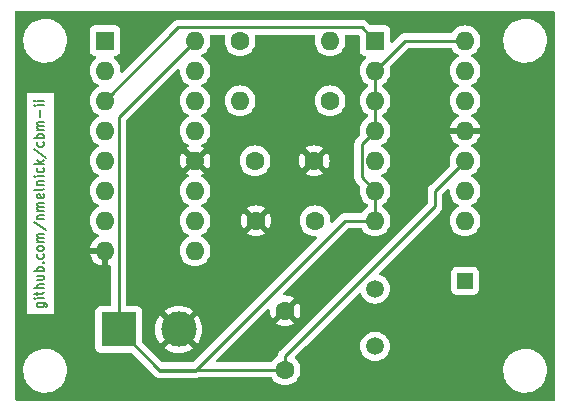
<source format=gbr>
%TF.GenerationSoftware,KiCad,Pcbnew,7.0.9*%
%TF.CreationDate,2023-11-22T20:22:54-05:00*%
%TF.ProjectId,tick-circuit,7469636b-2d63-4697-9263-7569742e6b69,rev?*%
%TF.SameCoordinates,Original*%
%TF.FileFunction,Copper,L2,Bot*%
%TF.FilePolarity,Positive*%
%FSLAX46Y46*%
G04 Gerber Fmt 4.6, Leading zero omitted, Abs format (unit mm)*
G04 Created by KiCad (PCBNEW 7.0.9) date 2023-11-22 20:22:54*
%MOMM*%
%LPD*%
G01*
G04 APERTURE LIST*
%ADD10C,0.200000*%
%TA.AperFunction,NonConductor*%
%ADD11C,0.200000*%
%TD*%
%TA.AperFunction,ComponentPad*%
%ADD12R,1.350000X1.350000*%
%TD*%
%TA.AperFunction,ComponentPad*%
%ADD13C,1.600000*%
%TD*%
%TA.AperFunction,ComponentPad*%
%ADD14O,1.600000X1.600000*%
%TD*%
%TA.AperFunction,ComponentPad*%
%ADD15R,1.600000X1.600000*%
%TD*%
%TA.AperFunction,ComponentPad*%
%ADD16C,1.500000*%
%TD*%
%TA.AperFunction,ComponentPad*%
%ADD17R,3.000000X3.000000*%
%TD*%
%TA.AperFunction,ComponentPad*%
%ADD18C,3.000000*%
%TD*%
%TA.AperFunction,Conductor*%
%ADD19C,0.250000*%
%TD*%
G04 APERTURE END LIST*
D10*
D11*
X14598361Y-37435088D02*
X15245980Y-37435088D01*
X15245980Y-37435088D02*
X15322171Y-37473183D01*
X15322171Y-37473183D02*
X15360266Y-37511279D01*
X15360266Y-37511279D02*
X15398361Y-37587469D01*
X15398361Y-37587469D02*
X15398361Y-37701755D01*
X15398361Y-37701755D02*
X15360266Y-37777945D01*
X15093600Y-37435088D02*
X15131695Y-37511279D01*
X15131695Y-37511279D02*
X15131695Y-37663660D01*
X15131695Y-37663660D02*
X15093600Y-37739850D01*
X15093600Y-37739850D02*
X15055504Y-37777945D01*
X15055504Y-37777945D02*
X14979314Y-37816041D01*
X14979314Y-37816041D02*
X14750742Y-37816041D01*
X14750742Y-37816041D02*
X14674552Y-37777945D01*
X14674552Y-37777945D02*
X14636457Y-37739850D01*
X14636457Y-37739850D02*
X14598361Y-37663660D01*
X14598361Y-37663660D02*
X14598361Y-37511279D01*
X14598361Y-37511279D02*
X14636457Y-37435088D01*
X15131695Y-37054135D02*
X14598361Y-37054135D01*
X14331695Y-37054135D02*
X14369790Y-37092231D01*
X14369790Y-37092231D02*
X14407885Y-37054135D01*
X14407885Y-37054135D02*
X14369790Y-37016040D01*
X14369790Y-37016040D02*
X14331695Y-37054135D01*
X14331695Y-37054135D02*
X14407885Y-37054135D01*
X14598361Y-36787469D02*
X14598361Y-36482707D01*
X14331695Y-36673183D02*
X15017409Y-36673183D01*
X15017409Y-36673183D02*
X15093600Y-36635088D01*
X15093600Y-36635088D02*
X15131695Y-36558898D01*
X15131695Y-36558898D02*
X15131695Y-36482707D01*
X15131695Y-36216040D02*
X14331695Y-36216040D01*
X15131695Y-35873183D02*
X14712647Y-35873183D01*
X14712647Y-35873183D02*
X14636457Y-35911278D01*
X14636457Y-35911278D02*
X14598361Y-35987469D01*
X14598361Y-35987469D02*
X14598361Y-36101755D01*
X14598361Y-36101755D02*
X14636457Y-36177945D01*
X14636457Y-36177945D02*
X14674552Y-36216040D01*
X14598361Y-35149373D02*
X15131695Y-35149373D01*
X14598361Y-35492230D02*
X15017409Y-35492230D01*
X15017409Y-35492230D02*
X15093600Y-35454135D01*
X15093600Y-35454135D02*
X15131695Y-35377945D01*
X15131695Y-35377945D02*
X15131695Y-35263659D01*
X15131695Y-35263659D02*
X15093600Y-35187468D01*
X15093600Y-35187468D02*
X15055504Y-35149373D01*
X15131695Y-34768420D02*
X14331695Y-34768420D01*
X14636457Y-34768420D02*
X14598361Y-34692230D01*
X14598361Y-34692230D02*
X14598361Y-34539849D01*
X14598361Y-34539849D02*
X14636457Y-34463658D01*
X14636457Y-34463658D02*
X14674552Y-34425563D01*
X14674552Y-34425563D02*
X14750742Y-34387468D01*
X14750742Y-34387468D02*
X14979314Y-34387468D01*
X14979314Y-34387468D02*
X15055504Y-34425563D01*
X15055504Y-34425563D02*
X15093600Y-34463658D01*
X15093600Y-34463658D02*
X15131695Y-34539849D01*
X15131695Y-34539849D02*
X15131695Y-34692230D01*
X15131695Y-34692230D02*
X15093600Y-34768420D01*
X15055504Y-34044610D02*
X15093600Y-34006515D01*
X15093600Y-34006515D02*
X15131695Y-34044610D01*
X15131695Y-34044610D02*
X15093600Y-34082706D01*
X15093600Y-34082706D02*
X15055504Y-34044610D01*
X15055504Y-34044610D02*
X15131695Y-34044610D01*
X15093600Y-33320801D02*
X15131695Y-33396992D01*
X15131695Y-33396992D02*
X15131695Y-33549373D01*
X15131695Y-33549373D02*
X15093600Y-33625563D01*
X15093600Y-33625563D02*
X15055504Y-33663658D01*
X15055504Y-33663658D02*
X14979314Y-33701754D01*
X14979314Y-33701754D02*
X14750742Y-33701754D01*
X14750742Y-33701754D02*
X14674552Y-33663658D01*
X14674552Y-33663658D02*
X14636457Y-33625563D01*
X14636457Y-33625563D02*
X14598361Y-33549373D01*
X14598361Y-33549373D02*
X14598361Y-33396992D01*
X14598361Y-33396992D02*
X14636457Y-33320801D01*
X15131695Y-32863659D02*
X15093600Y-32939849D01*
X15093600Y-32939849D02*
X15055504Y-32977944D01*
X15055504Y-32977944D02*
X14979314Y-33016040D01*
X14979314Y-33016040D02*
X14750742Y-33016040D01*
X14750742Y-33016040D02*
X14674552Y-32977944D01*
X14674552Y-32977944D02*
X14636457Y-32939849D01*
X14636457Y-32939849D02*
X14598361Y-32863659D01*
X14598361Y-32863659D02*
X14598361Y-32749373D01*
X14598361Y-32749373D02*
X14636457Y-32673182D01*
X14636457Y-32673182D02*
X14674552Y-32635087D01*
X14674552Y-32635087D02*
X14750742Y-32596992D01*
X14750742Y-32596992D02*
X14979314Y-32596992D01*
X14979314Y-32596992D02*
X15055504Y-32635087D01*
X15055504Y-32635087D02*
X15093600Y-32673182D01*
X15093600Y-32673182D02*
X15131695Y-32749373D01*
X15131695Y-32749373D02*
X15131695Y-32863659D01*
X15131695Y-32254134D02*
X14598361Y-32254134D01*
X14674552Y-32254134D02*
X14636457Y-32216039D01*
X14636457Y-32216039D02*
X14598361Y-32139849D01*
X14598361Y-32139849D02*
X14598361Y-32025563D01*
X14598361Y-32025563D02*
X14636457Y-31949372D01*
X14636457Y-31949372D02*
X14712647Y-31911277D01*
X14712647Y-31911277D02*
X15131695Y-31911277D01*
X14712647Y-31911277D02*
X14636457Y-31873182D01*
X14636457Y-31873182D02*
X14598361Y-31796991D01*
X14598361Y-31796991D02*
X14598361Y-31682706D01*
X14598361Y-31682706D02*
X14636457Y-31606515D01*
X14636457Y-31606515D02*
X14712647Y-31568420D01*
X14712647Y-31568420D02*
X15131695Y-31568420D01*
X14293600Y-30616039D02*
X15322171Y-31301753D01*
X14598361Y-30349372D02*
X15131695Y-30349372D01*
X14674552Y-30349372D02*
X14636457Y-30311277D01*
X14636457Y-30311277D02*
X14598361Y-30235087D01*
X14598361Y-30235087D02*
X14598361Y-30120801D01*
X14598361Y-30120801D02*
X14636457Y-30044610D01*
X14636457Y-30044610D02*
X14712647Y-30006515D01*
X14712647Y-30006515D02*
X15131695Y-30006515D01*
X15131695Y-29625562D02*
X14598361Y-29625562D01*
X14674552Y-29625562D02*
X14636457Y-29587467D01*
X14636457Y-29587467D02*
X14598361Y-29511277D01*
X14598361Y-29511277D02*
X14598361Y-29396991D01*
X14598361Y-29396991D02*
X14636457Y-29320800D01*
X14636457Y-29320800D02*
X14712647Y-29282705D01*
X14712647Y-29282705D02*
X15131695Y-29282705D01*
X14712647Y-29282705D02*
X14636457Y-29244610D01*
X14636457Y-29244610D02*
X14598361Y-29168419D01*
X14598361Y-29168419D02*
X14598361Y-29054134D01*
X14598361Y-29054134D02*
X14636457Y-28977943D01*
X14636457Y-28977943D02*
X14712647Y-28939848D01*
X14712647Y-28939848D02*
X15131695Y-28939848D01*
X15093600Y-28254133D02*
X15131695Y-28330324D01*
X15131695Y-28330324D02*
X15131695Y-28482705D01*
X15131695Y-28482705D02*
X15093600Y-28558895D01*
X15093600Y-28558895D02*
X15017409Y-28596991D01*
X15017409Y-28596991D02*
X14712647Y-28596991D01*
X14712647Y-28596991D02*
X14636457Y-28558895D01*
X14636457Y-28558895D02*
X14598361Y-28482705D01*
X14598361Y-28482705D02*
X14598361Y-28330324D01*
X14598361Y-28330324D02*
X14636457Y-28254133D01*
X14636457Y-28254133D02*
X14712647Y-28216038D01*
X14712647Y-28216038D02*
X14788838Y-28216038D01*
X14788838Y-28216038D02*
X14865028Y-28596991D01*
X15131695Y-27758896D02*
X15093600Y-27835086D01*
X15093600Y-27835086D02*
X15017409Y-27873181D01*
X15017409Y-27873181D02*
X14331695Y-27873181D01*
X14598361Y-27454133D02*
X15131695Y-27454133D01*
X14674552Y-27454133D02*
X14636457Y-27416038D01*
X14636457Y-27416038D02*
X14598361Y-27339848D01*
X14598361Y-27339848D02*
X14598361Y-27225562D01*
X14598361Y-27225562D02*
X14636457Y-27149371D01*
X14636457Y-27149371D02*
X14712647Y-27111276D01*
X14712647Y-27111276D02*
X15131695Y-27111276D01*
X15131695Y-26730323D02*
X14598361Y-26730323D01*
X14331695Y-26730323D02*
X14369790Y-26768419D01*
X14369790Y-26768419D02*
X14407885Y-26730323D01*
X14407885Y-26730323D02*
X14369790Y-26692228D01*
X14369790Y-26692228D02*
X14331695Y-26730323D01*
X14331695Y-26730323D02*
X14407885Y-26730323D01*
X15093600Y-26006514D02*
X15131695Y-26082705D01*
X15131695Y-26082705D02*
X15131695Y-26235086D01*
X15131695Y-26235086D02*
X15093600Y-26311276D01*
X15093600Y-26311276D02*
X15055504Y-26349371D01*
X15055504Y-26349371D02*
X14979314Y-26387467D01*
X14979314Y-26387467D02*
X14750742Y-26387467D01*
X14750742Y-26387467D02*
X14674552Y-26349371D01*
X14674552Y-26349371D02*
X14636457Y-26311276D01*
X14636457Y-26311276D02*
X14598361Y-26235086D01*
X14598361Y-26235086D02*
X14598361Y-26082705D01*
X14598361Y-26082705D02*
X14636457Y-26006514D01*
X15131695Y-25663657D02*
X14331695Y-25663657D01*
X14826933Y-25587467D02*
X15131695Y-25358895D01*
X14598361Y-25358895D02*
X14903123Y-25663657D01*
X14293600Y-24444610D02*
X15322171Y-25130324D01*
X15093600Y-23835086D02*
X15131695Y-23911277D01*
X15131695Y-23911277D02*
X15131695Y-24063658D01*
X15131695Y-24063658D02*
X15093600Y-24139848D01*
X15093600Y-24139848D02*
X15055504Y-24177943D01*
X15055504Y-24177943D02*
X14979314Y-24216039D01*
X14979314Y-24216039D02*
X14750742Y-24216039D01*
X14750742Y-24216039D02*
X14674552Y-24177943D01*
X14674552Y-24177943D02*
X14636457Y-24139848D01*
X14636457Y-24139848D02*
X14598361Y-24063658D01*
X14598361Y-24063658D02*
X14598361Y-23911277D01*
X14598361Y-23911277D02*
X14636457Y-23835086D01*
X15131695Y-23492229D02*
X14331695Y-23492229D01*
X14636457Y-23492229D02*
X14598361Y-23416039D01*
X14598361Y-23416039D02*
X14598361Y-23263658D01*
X14598361Y-23263658D02*
X14636457Y-23187467D01*
X14636457Y-23187467D02*
X14674552Y-23149372D01*
X14674552Y-23149372D02*
X14750742Y-23111277D01*
X14750742Y-23111277D02*
X14979314Y-23111277D01*
X14979314Y-23111277D02*
X15055504Y-23149372D01*
X15055504Y-23149372D02*
X15093600Y-23187467D01*
X15093600Y-23187467D02*
X15131695Y-23263658D01*
X15131695Y-23263658D02*
X15131695Y-23416039D01*
X15131695Y-23416039D02*
X15093600Y-23492229D01*
X15131695Y-22768419D02*
X14598361Y-22768419D01*
X14674552Y-22768419D02*
X14636457Y-22730324D01*
X14636457Y-22730324D02*
X14598361Y-22654134D01*
X14598361Y-22654134D02*
X14598361Y-22539848D01*
X14598361Y-22539848D02*
X14636457Y-22463657D01*
X14636457Y-22463657D02*
X14712647Y-22425562D01*
X14712647Y-22425562D02*
X15131695Y-22425562D01*
X14712647Y-22425562D02*
X14636457Y-22387467D01*
X14636457Y-22387467D02*
X14598361Y-22311276D01*
X14598361Y-22311276D02*
X14598361Y-22196991D01*
X14598361Y-22196991D02*
X14636457Y-22120800D01*
X14636457Y-22120800D02*
X14712647Y-22082705D01*
X14712647Y-22082705D02*
X15131695Y-22082705D01*
X14826933Y-21701752D02*
X14826933Y-21092229D01*
X15131695Y-20711276D02*
X14598361Y-20711276D01*
X14331695Y-20711276D02*
X14369790Y-20749372D01*
X14369790Y-20749372D02*
X14407885Y-20711276D01*
X14407885Y-20711276D02*
X14369790Y-20673181D01*
X14369790Y-20673181D02*
X14331695Y-20711276D01*
X14331695Y-20711276D02*
X14407885Y-20711276D01*
X15131695Y-20330324D02*
X14598361Y-20330324D01*
X14331695Y-20330324D02*
X14369790Y-20368420D01*
X14369790Y-20368420D02*
X14407885Y-20330324D01*
X14407885Y-20330324D02*
X14369790Y-20292229D01*
X14369790Y-20292229D02*
X14331695Y-20330324D01*
X14331695Y-20330324D02*
X14407885Y-20330324D01*
D12*
%TO.P,J2,1,Pin_1*%
%TO.N,Net-(J2-Pin_1)*%
X50800000Y-35560000D03*
%TD*%
D13*
%TO.P,R2,1*%
%TO.N,Net-(U1-RS)*%
X31750000Y-15240000D03*
D14*
%TO.P,R2,2*%
%TO.N,Net-(C2-Pad1)*%
X39370000Y-15240000D03*
%TD*%
D13*
%TO.P,R1,1*%
%TO.N,Net-(U1-RTC)*%
X39370000Y-20320000D03*
D14*
%TO.P,R1,2*%
%TO.N,Net-(U1-RS)*%
X31750000Y-20320000D03*
%TD*%
D15*
%TO.P,U1,1,Q11*%
%TO.N,unconnected-(U1-Q11-Pad1)*%
X20320000Y-15240000D03*
D14*
%TO.P,U1,2,Q12*%
%TO.N,unconnected-(U1-Q12-Pad2)*%
X20320000Y-17780000D03*
%TO.P,U1,3,Q13*%
%TO.N,Net-(U1-Q13)*%
X20320000Y-20320000D03*
%TO.P,U1,4,Q5*%
%TO.N,unconnected-(U1-Q5-Pad4)*%
X20320000Y-22860000D03*
%TO.P,U1,5,Q4*%
%TO.N,unconnected-(U1-Q4-Pad5)*%
X20320000Y-25400000D03*
%TO.P,U1,6,Q6*%
%TO.N,unconnected-(U1-Q6-Pad6)*%
X20320000Y-27940000D03*
%TO.P,U1,7,Q3*%
%TO.N,unconnected-(U1-Q3-Pad7)*%
X20320000Y-30480000D03*
%TO.P,U1,8,GND*%
%TO.N,GND*%
X20320000Y-33020000D03*
%TO.P,U1,9,CTC*%
%TO.N,unconnected-(U1-CTC-Pad9)*%
X27940000Y-33020000D03*
%TO.P,U1,10,RTC*%
%TO.N,Net-(U1-RTC)*%
X27940000Y-30480000D03*
%TO.P,U1,11,RS*%
%TO.N,Net-(U1-RS)*%
X27940000Y-27940000D03*
%TO.P,U1,12,MR*%
%TO.N,GND*%
X27940000Y-25400000D03*
%TO.P,U1,13,Q8*%
%TO.N,unconnected-(U1-Q8-Pad13)*%
X27940000Y-22860000D03*
%TO.P,U1,14,Q7*%
%TO.N,unconnected-(U1-Q7-Pad14)*%
X27940000Y-20320000D03*
%TO.P,U1,15,Q9*%
%TO.N,unconnected-(U1-Q9-Pad15)*%
X27940000Y-17780000D03*
%TO.P,U1,16,V+*%
%TO.N,+5V*%
X27940000Y-15240000D03*
%TD*%
D13*
%TO.P,C2,1*%
%TO.N,Net-(C2-Pad1)*%
X38100000Y-30480000D03*
%TO.P,C2,2*%
%TO.N,GND*%
X33100000Y-30480000D03*
%TD*%
D16*
%TO.P,X1,1,1*%
%TO.N,Net-(U1-RTC)*%
X43180000Y-41120000D03*
%TO.P,X1,2,2*%
%TO.N,Net-(C2-Pad1)*%
X43180000Y-36240000D03*
%TD*%
D13*
%TO.P,C3,1*%
%TO.N,+5V*%
X35560000Y-43100000D03*
%TO.P,C3,2*%
%TO.N,GND*%
X35560000Y-38100000D03*
%TD*%
D17*
%TO.P,J1,1,Pin_1*%
%TO.N,+5V*%
X21480000Y-39690000D03*
D18*
%TO.P,J1,2,Pin_2*%
%TO.N,GND*%
X26560000Y-39690000D03*
%TD*%
D15*
%TO.P,U2,1,C*%
%TO.N,Net-(U1-Q13)*%
X43180000Y-15240000D03*
D14*
%TO.P,U2,2,~{R}*%
%TO.N,+5V*%
X43180000Y-17780000D03*
%TO.P,U2,3,K*%
X43180000Y-20320000D03*
%TO.P,U2,4,VCC*%
X43180000Y-22860000D03*
%TO.P,U2,5,C*%
%TO.N,Net-(U2A-C)*%
X43180000Y-25400000D03*
%TO.P,U2,6,~{R}*%
%TO.N,+5V*%
X43180000Y-27940000D03*
%TO.P,U2,7,J*%
X43180000Y-30480000D03*
%TO.P,U2,8,~{Q}*%
%TO.N,unconnected-(U2A-~{Q}-Pad8)*%
X50800000Y-30480000D03*
%TO.P,U2,9,Q*%
%TO.N,Net-(J2-Pin_1)*%
X50800000Y-27940000D03*
%TO.P,U2,10,K*%
%TO.N,+5V*%
X50800000Y-25400000D03*
%TO.P,U2,11,GND*%
%TO.N,GND*%
X50800000Y-22860000D03*
%TO.P,U2,12,Q*%
%TO.N,Net-(U2A-C)*%
X50800000Y-20320000D03*
%TO.P,U2,13,~{Q}*%
%TO.N,unconnected-(U2B-~{Q}-Pad13)*%
X50800000Y-17780000D03*
%TO.P,U2,14,J*%
%TO.N,+5V*%
X50800000Y-15240000D03*
%TD*%
D13*
%TO.P,C1,1*%
%TO.N,Net-(U1-RTC)*%
X33020000Y-25400000D03*
%TO.P,C1,2*%
%TO.N,GND*%
X38020000Y-25400000D03*
%TD*%
D19*
%TO.N,+5V*%
X21480000Y-39690000D02*
X24970000Y-43180000D01*
X24970000Y-43180000D02*
X27940000Y-43180000D01*
X27940000Y-43180000D02*
X40640000Y-30480000D01*
X40640000Y-30480000D02*
X43180000Y-30480000D01*
%TO.N,Net-(U1-Q13)*%
X43180000Y-15240000D02*
X42055000Y-14115000D01*
X42055000Y-14115000D02*
X26525000Y-14115000D01*
X26525000Y-14115000D02*
X20320000Y-20320000D01*
%TO.N,GND*%
X20320000Y-33450000D02*
X20320000Y-33020000D01*
X38020000Y-25560000D02*
X38020000Y-25400000D01*
%TO.N,+5V*%
X48260000Y-29268630D02*
X48260000Y-27940000D01*
X24890000Y-43100000D02*
X21480000Y-39690000D01*
X45720000Y-15240000D02*
X43180000Y-17780000D01*
X27940000Y-15240000D02*
X21480000Y-21700000D01*
X42055000Y-23985000D02*
X43180000Y-22860000D01*
X35560000Y-43100000D02*
X24890000Y-43100000D01*
X35560000Y-43100000D02*
X35560000Y-41968630D01*
X48260000Y-27940000D02*
X50800000Y-25400000D01*
X43180000Y-20320000D02*
X43180000Y-22860000D01*
X35560000Y-41968630D02*
X48260000Y-29268630D01*
X42055000Y-26815000D02*
X42055000Y-23985000D01*
X43180000Y-17780000D02*
X43180000Y-20320000D01*
X43180000Y-27940000D02*
X42055000Y-26815000D01*
X21480000Y-21700000D02*
X21480000Y-39690000D01*
X43180000Y-30480000D02*
X43180000Y-27940000D01*
X50800000Y-15240000D02*
X45720000Y-15240000D01*
%TD*%
%TA.AperFunction,Conductor*%
%TO.N,GND*%
G36*
X30442902Y-14760185D02*
G01*
X30488657Y-14812989D01*
X30498601Y-14882147D01*
X30495638Y-14896593D01*
X30464366Y-15013302D01*
X30464364Y-15013313D01*
X30444532Y-15239998D01*
X30444532Y-15240001D01*
X30464364Y-15466686D01*
X30464366Y-15466697D01*
X30523258Y-15686488D01*
X30523261Y-15686497D01*
X30619431Y-15892732D01*
X30619432Y-15892734D01*
X30749954Y-16079141D01*
X30910858Y-16240045D01*
X30910861Y-16240047D01*
X31097266Y-16370568D01*
X31303504Y-16466739D01*
X31523308Y-16525635D01*
X31663052Y-16537861D01*
X31749998Y-16545468D01*
X31750000Y-16545468D01*
X31750002Y-16545468D01*
X31806796Y-16540499D01*
X31976692Y-16525635D01*
X32196496Y-16466739D01*
X32402734Y-16370568D01*
X32589139Y-16240047D01*
X32750047Y-16079139D01*
X32880568Y-15892734D01*
X32976739Y-15686496D01*
X33035635Y-15466692D01*
X33055468Y-15240000D01*
X33035635Y-15013308D01*
X33022308Y-14963573D01*
X33004362Y-14896593D01*
X33006025Y-14826743D01*
X33045188Y-14768881D01*
X33109417Y-14741377D01*
X33124137Y-14740500D01*
X37995863Y-14740500D01*
X38062902Y-14760185D01*
X38108657Y-14812989D01*
X38118601Y-14882147D01*
X38115638Y-14896593D01*
X38084366Y-15013302D01*
X38084364Y-15013313D01*
X38064532Y-15239998D01*
X38064532Y-15240001D01*
X38084364Y-15466686D01*
X38084366Y-15466697D01*
X38143258Y-15686488D01*
X38143261Y-15686497D01*
X38239431Y-15892732D01*
X38239432Y-15892734D01*
X38369954Y-16079141D01*
X38530858Y-16240045D01*
X38530861Y-16240047D01*
X38717266Y-16370568D01*
X38923504Y-16466739D01*
X39143308Y-16525635D01*
X39283052Y-16537861D01*
X39369998Y-16545468D01*
X39370000Y-16545468D01*
X39370002Y-16545468D01*
X39426796Y-16540499D01*
X39596692Y-16525635D01*
X39816496Y-16466739D01*
X40022734Y-16370568D01*
X40209139Y-16240047D01*
X40370047Y-16079139D01*
X40500568Y-15892734D01*
X40596739Y-15686496D01*
X40655635Y-15466692D01*
X40675468Y-15240000D01*
X40655635Y-15013308D01*
X40642308Y-14963573D01*
X40624362Y-14896593D01*
X40626025Y-14826743D01*
X40665188Y-14768881D01*
X40729417Y-14741377D01*
X40744137Y-14740500D01*
X41744548Y-14740500D01*
X41811587Y-14760185D01*
X41832229Y-14776819D01*
X41843181Y-14787771D01*
X41876666Y-14849094D01*
X41879500Y-14875452D01*
X41879500Y-16087870D01*
X41879501Y-16087876D01*
X41885908Y-16147483D01*
X41936202Y-16282328D01*
X41936206Y-16282335D01*
X42022452Y-16397544D01*
X42022455Y-16397547D01*
X42137664Y-16483793D01*
X42137671Y-16483797D01*
X42182618Y-16500561D01*
X42272517Y-16534091D01*
X42307596Y-16537862D01*
X42372144Y-16564599D01*
X42411993Y-16621991D01*
X42414488Y-16691816D01*
X42378836Y-16751905D01*
X42365464Y-16762725D01*
X42340858Y-16779954D01*
X42179954Y-16940858D01*
X42049432Y-17127265D01*
X42049431Y-17127267D01*
X41953261Y-17333502D01*
X41953258Y-17333511D01*
X41894366Y-17553302D01*
X41894364Y-17553313D01*
X41874532Y-17779998D01*
X41874532Y-17780001D01*
X41894364Y-18006686D01*
X41894366Y-18006697D01*
X41953258Y-18226488D01*
X41953261Y-18226497D01*
X42049431Y-18432732D01*
X42049432Y-18432734D01*
X42179954Y-18619141D01*
X42340858Y-18780045D01*
X42501623Y-18892613D01*
X42545248Y-18947189D01*
X42554500Y-18994188D01*
X42554500Y-19105811D01*
X42534815Y-19172850D01*
X42501623Y-19207386D01*
X42340859Y-19319953D01*
X42179954Y-19480858D01*
X42049432Y-19667265D01*
X42049431Y-19667267D01*
X41953261Y-19873502D01*
X41953258Y-19873511D01*
X41894366Y-20093302D01*
X41894364Y-20093313D01*
X41874532Y-20319998D01*
X41874532Y-20320001D01*
X41894364Y-20546686D01*
X41894366Y-20546697D01*
X41953258Y-20766488D01*
X41953261Y-20766497D01*
X42049431Y-20972732D01*
X42049432Y-20972734D01*
X42179954Y-21159141D01*
X42340858Y-21320045D01*
X42501623Y-21432613D01*
X42545248Y-21487189D01*
X42554500Y-21534188D01*
X42554500Y-21645811D01*
X42534815Y-21712850D01*
X42501623Y-21747386D01*
X42340859Y-21859953D01*
X42179954Y-22020858D01*
X42049432Y-22207265D01*
X42049431Y-22207267D01*
X41953261Y-22413502D01*
X41953258Y-22413511D01*
X41894366Y-22633302D01*
X41894364Y-22633313D01*
X41885481Y-22734852D01*
X41874532Y-22860000D01*
X41894364Y-23086686D01*
X41894365Y-23086691D01*
X41894366Y-23086697D01*
X41912680Y-23155048D01*
X41911017Y-23224897D01*
X41880586Y-23274821D01*
X41671208Y-23484199D01*
X41658951Y-23494020D01*
X41659134Y-23494241D01*
X41653123Y-23499213D01*
X41605772Y-23549636D01*
X41584889Y-23570519D01*
X41584877Y-23570532D01*
X41580621Y-23576017D01*
X41576837Y-23580447D01*
X41544937Y-23614418D01*
X41544936Y-23614420D01*
X41535284Y-23631976D01*
X41524610Y-23648226D01*
X41512329Y-23664061D01*
X41512324Y-23664068D01*
X41493815Y-23706838D01*
X41491245Y-23712084D01*
X41468803Y-23752906D01*
X41463822Y-23772307D01*
X41457521Y-23790710D01*
X41449562Y-23809102D01*
X41449561Y-23809105D01*
X41442271Y-23855127D01*
X41441087Y-23860846D01*
X41429501Y-23905972D01*
X41429500Y-23905982D01*
X41429500Y-23926016D01*
X41427973Y-23945415D01*
X41424840Y-23965194D01*
X41424840Y-23965195D01*
X41429225Y-24011583D01*
X41429500Y-24017421D01*
X41429500Y-26732255D01*
X41427775Y-26747872D01*
X41428061Y-26747899D01*
X41427326Y-26755665D01*
X41429500Y-26824814D01*
X41429500Y-26854343D01*
X41429501Y-26854360D01*
X41430368Y-26861231D01*
X41430826Y-26867050D01*
X41432290Y-26913624D01*
X41432291Y-26913627D01*
X41437880Y-26932867D01*
X41441824Y-26951911D01*
X41444336Y-26971791D01*
X41461490Y-27015119D01*
X41463382Y-27020647D01*
X41476381Y-27065388D01*
X41486580Y-27082634D01*
X41495138Y-27100103D01*
X41502514Y-27118732D01*
X41529898Y-27156423D01*
X41533106Y-27161307D01*
X41556827Y-27201416D01*
X41556833Y-27201424D01*
X41570990Y-27215580D01*
X41583628Y-27230376D01*
X41595405Y-27246586D01*
X41595406Y-27246587D01*
X41631309Y-27276288D01*
X41635620Y-27280210D01*
X41845190Y-27489781D01*
X41880586Y-27525177D01*
X41914071Y-27586500D01*
X41912680Y-27644949D01*
X41894367Y-27713296D01*
X41894364Y-27713313D01*
X41874532Y-27939999D01*
X41874532Y-27940001D01*
X41894364Y-28166686D01*
X41894366Y-28166697D01*
X41953258Y-28386488D01*
X41953261Y-28386497D01*
X42049431Y-28592732D01*
X42049432Y-28592734D01*
X42179954Y-28779141D01*
X42340858Y-28940045D01*
X42501623Y-29052613D01*
X42545248Y-29107189D01*
X42554500Y-29154188D01*
X42554500Y-29265811D01*
X42534815Y-29332850D01*
X42501623Y-29367386D01*
X42340859Y-29479953D01*
X42179954Y-29640858D01*
X42067387Y-29801623D01*
X42012811Y-29845248D01*
X41965812Y-29854500D01*
X40722737Y-29854500D01*
X40707120Y-29852776D01*
X40707093Y-29853062D01*
X40699331Y-29852327D01*
X40630203Y-29854500D01*
X40600650Y-29854500D01*
X40599929Y-29854590D01*
X40593757Y-29855369D01*
X40587945Y-29855826D01*
X40541373Y-29857290D01*
X40541372Y-29857290D01*
X40522129Y-29862881D01*
X40503079Y-29866825D01*
X40483211Y-29869334D01*
X40483209Y-29869335D01*
X40439884Y-29886488D01*
X40434357Y-29888380D01*
X40389610Y-29901381D01*
X40389609Y-29901382D01*
X40372367Y-29911579D01*
X40354899Y-29920137D01*
X40336269Y-29927513D01*
X40336267Y-29927514D01*
X40298576Y-29954898D01*
X40293694Y-29958105D01*
X40253579Y-29981830D01*
X40239408Y-29996000D01*
X40224623Y-30008628D01*
X40208412Y-30020407D01*
X40178709Y-30056310D01*
X40174777Y-30060631D01*
X39612818Y-30622589D01*
X39551495Y-30656074D01*
X39481803Y-30651090D01*
X39425870Y-30609218D01*
X39401453Y-30543754D01*
X39401608Y-30524109D01*
X39405468Y-30480000D01*
X39385635Y-30253308D01*
X39326739Y-30033504D01*
X39230568Y-29827266D01*
X39129627Y-29683106D01*
X39100045Y-29640858D01*
X38939141Y-29479954D01*
X38752734Y-29349432D01*
X38752732Y-29349431D01*
X38546497Y-29253261D01*
X38546488Y-29253258D01*
X38326697Y-29194366D01*
X38326693Y-29194365D01*
X38326692Y-29194365D01*
X38326691Y-29194364D01*
X38326686Y-29194364D01*
X38100002Y-29174532D01*
X38099998Y-29174532D01*
X37873313Y-29194364D01*
X37873302Y-29194366D01*
X37653511Y-29253258D01*
X37653502Y-29253261D01*
X37447267Y-29349431D01*
X37447265Y-29349432D01*
X37260858Y-29479954D01*
X37099954Y-29640858D01*
X36969432Y-29827265D01*
X36969431Y-29827267D01*
X36873261Y-30033502D01*
X36873258Y-30033511D01*
X36814366Y-30253302D01*
X36814364Y-30253313D01*
X36794532Y-30479998D01*
X36794532Y-30480001D01*
X36814364Y-30706686D01*
X36814366Y-30706697D01*
X36873258Y-30926488D01*
X36873261Y-30926497D01*
X36969431Y-31132732D01*
X36969432Y-31132734D01*
X37099954Y-31319141D01*
X37260858Y-31480045D01*
X37260861Y-31480047D01*
X37447266Y-31610568D01*
X37653504Y-31706739D01*
X37873308Y-31765635D01*
X38035230Y-31779801D01*
X38099998Y-31785468D01*
X38099999Y-31785468D01*
X38099999Y-31785467D01*
X38100000Y-31785468D01*
X38144101Y-31781609D01*
X38212599Y-31795375D01*
X38262783Y-31843989D01*
X38278717Y-31912018D01*
X38255343Y-31977861D01*
X38242589Y-31992818D01*
X27797228Y-42438181D01*
X27735905Y-42471666D01*
X27709547Y-42474500D01*
X25200453Y-42474500D01*
X25133414Y-42454815D01*
X25112772Y-42438181D01*
X23516818Y-40842227D01*
X23483333Y-40780904D01*
X23480499Y-40754546D01*
X23480499Y-39690001D01*
X24554891Y-39690001D01*
X24575300Y-39975362D01*
X24636109Y-40254895D01*
X24736091Y-40522958D01*
X24873191Y-40774038D01*
X24873196Y-40774046D01*
X24979882Y-40916561D01*
X24979883Y-40916562D01*
X25875195Y-40021250D01*
X25897340Y-40072587D01*
X26003433Y-40215094D01*
X26139530Y-40329294D01*
X26229216Y-40374335D01*
X25333436Y-41270115D01*
X25475960Y-41376807D01*
X25475961Y-41376808D01*
X25727042Y-41513908D01*
X25727041Y-41513908D01*
X25995104Y-41613890D01*
X26274637Y-41674699D01*
X26559999Y-41695109D01*
X26560001Y-41695109D01*
X26845362Y-41674699D01*
X27124895Y-41613890D01*
X27392958Y-41513908D01*
X27644047Y-41376803D01*
X27786561Y-41270116D01*
X27786562Y-41270115D01*
X26893748Y-40377300D01*
X26903409Y-40373784D01*
X27051844Y-40276157D01*
X27173764Y-40146930D01*
X27245768Y-40022215D01*
X28140115Y-40916562D01*
X28140116Y-40916561D01*
X28246803Y-40774047D01*
X28383908Y-40522958D01*
X28483890Y-40254895D01*
X28544699Y-39975362D01*
X28565109Y-39690001D01*
X28565109Y-39689998D01*
X28544699Y-39404637D01*
X28483890Y-39125104D01*
X28383908Y-38857041D01*
X28246808Y-38605961D01*
X28246807Y-38605960D01*
X28140115Y-38463436D01*
X27244803Y-39358747D01*
X27222660Y-39307413D01*
X27116567Y-39164906D01*
X26980470Y-39050706D01*
X26890782Y-39005663D01*
X27786562Y-38109883D01*
X27786561Y-38109882D01*
X27644046Y-38003196D01*
X27644038Y-38003191D01*
X27392957Y-37866091D01*
X27392958Y-37866091D01*
X27124895Y-37766109D01*
X26845362Y-37705300D01*
X26560001Y-37684891D01*
X26559999Y-37684891D01*
X26274637Y-37705300D01*
X25995104Y-37766109D01*
X25727041Y-37866091D01*
X25475961Y-38003191D01*
X25475953Y-38003196D01*
X25333437Y-38109882D01*
X25333436Y-38109883D01*
X26226252Y-39002699D01*
X26216591Y-39006216D01*
X26068156Y-39103843D01*
X25946236Y-39233070D01*
X25874231Y-39357784D01*
X24979883Y-38463436D01*
X24979882Y-38463437D01*
X24873196Y-38605953D01*
X24873191Y-38605961D01*
X24736091Y-38857041D01*
X24636109Y-39125104D01*
X24575300Y-39404637D01*
X24554891Y-39689998D01*
X24554891Y-39690001D01*
X23480499Y-39690001D01*
X23480499Y-38142129D01*
X23480498Y-38142123D01*
X23480497Y-38142116D01*
X23474091Y-38082517D01*
X23456626Y-38035692D01*
X23423797Y-37947671D01*
X23423793Y-37947664D01*
X23337547Y-37832455D01*
X23337544Y-37832452D01*
X23222335Y-37746206D01*
X23222328Y-37746202D01*
X23087482Y-37695908D01*
X23087483Y-37695908D01*
X23027883Y-37689501D01*
X23027881Y-37689500D01*
X23027873Y-37689500D01*
X23027865Y-37689500D01*
X22229500Y-37689500D01*
X22162461Y-37669815D01*
X22116706Y-37617011D01*
X22105500Y-37565500D01*
X22105500Y-22010451D01*
X22125185Y-21943412D01*
X22141814Y-21922775D01*
X26427183Y-17637405D01*
X26488504Y-17603922D01*
X26558196Y-17608906D01*
X26614129Y-17650778D01*
X26638546Y-17716242D01*
X26638390Y-17735894D01*
X26634532Y-17779996D01*
X26634532Y-17780001D01*
X26654364Y-18006686D01*
X26654366Y-18006697D01*
X26713258Y-18226488D01*
X26713261Y-18226497D01*
X26809431Y-18432732D01*
X26809432Y-18432734D01*
X26939954Y-18619141D01*
X27100858Y-18780045D01*
X27100861Y-18780047D01*
X27287266Y-18910568D01*
X27345275Y-18937618D01*
X27397714Y-18983791D01*
X27416866Y-19050984D01*
X27396650Y-19117865D01*
X27345275Y-19162382D01*
X27287267Y-19189431D01*
X27287265Y-19189432D01*
X27100858Y-19319954D01*
X26939954Y-19480858D01*
X26809432Y-19667265D01*
X26809431Y-19667267D01*
X26713261Y-19873502D01*
X26713258Y-19873511D01*
X26654366Y-20093302D01*
X26654364Y-20093313D01*
X26634532Y-20319998D01*
X26634532Y-20320001D01*
X26654364Y-20546686D01*
X26654366Y-20546697D01*
X26713258Y-20766488D01*
X26713261Y-20766497D01*
X26809431Y-20972732D01*
X26809432Y-20972734D01*
X26939954Y-21159141D01*
X27100858Y-21320045D01*
X27100861Y-21320047D01*
X27287266Y-21450568D01*
X27345275Y-21477618D01*
X27397714Y-21523791D01*
X27416866Y-21590984D01*
X27396650Y-21657865D01*
X27345275Y-21702382D01*
X27287267Y-21729431D01*
X27287265Y-21729432D01*
X27100858Y-21859954D01*
X26939954Y-22020858D01*
X26809432Y-22207265D01*
X26809431Y-22207267D01*
X26713261Y-22413502D01*
X26713258Y-22413511D01*
X26654366Y-22633302D01*
X26654364Y-22633313D01*
X26634532Y-22859998D01*
X26634532Y-22860001D01*
X26654364Y-23086686D01*
X26654366Y-23086697D01*
X26713258Y-23306488D01*
X26713261Y-23306497D01*
X26809431Y-23512732D01*
X26809432Y-23512734D01*
X26939954Y-23699141D01*
X27100858Y-23860045D01*
X27100861Y-23860047D01*
X27287266Y-23990568D01*
X27345865Y-24017893D01*
X27398305Y-24064065D01*
X27417457Y-24131258D01*
X27397242Y-24198139D01*
X27345867Y-24242657D01*
X27287511Y-24269869D01*
X27214527Y-24320972D01*
X27214526Y-24320973D01*
X27895600Y-25002046D01*
X27814852Y-25014835D01*
X27701955Y-25072359D01*
X27612359Y-25161955D01*
X27554835Y-25274852D01*
X27542046Y-25355599D01*
X26860973Y-24674526D01*
X26860972Y-24674527D01*
X26809868Y-24747513D01*
X26713734Y-24953673D01*
X26713730Y-24953682D01*
X26654860Y-25173389D01*
X26654858Y-25173400D01*
X26635034Y-25399997D01*
X26635034Y-25400002D01*
X26654858Y-25626599D01*
X26654860Y-25626610D01*
X26713730Y-25846317D01*
X26713734Y-25846326D01*
X26809865Y-26052481D01*
X26809866Y-26052483D01*
X26860973Y-26125471D01*
X26860974Y-26125472D01*
X27542046Y-25444399D01*
X27554835Y-25525148D01*
X27612359Y-25638045D01*
X27701955Y-25727641D01*
X27814852Y-25785165D01*
X27895599Y-25797953D01*
X27214526Y-26479025D01*
X27214526Y-26479026D01*
X27287512Y-26530131D01*
X27287520Y-26530135D01*
X27345865Y-26557342D01*
X27398305Y-26603514D01*
X27417457Y-26670707D01*
X27397242Y-26737589D01*
X27345867Y-26782105D01*
X27287268Y-26809431D01*
X27287264Y-26809433D01*
X27100858Y-26939954D01*
X26939954Y-27100858D01*
X26809432Y-27287265D01*
X26809431Y-27287267D01*
X26713261Y-27493502D01*
X26713258Y-27493511D01*
X26654366Y-27713302D01*
X26654364Y-27713313D01*
X26634532Y-27939998D01*
X26634532Y-27940001D01*
X26654364Y-28166686D01*
X26654366Y-28166697D01*
X26713258Y-28386488D01*
X26713261Y-28386497D01*
X26809431Y-28592732D01*
X26809432Y-28592734D01*
X26939954Y-28779141D01*
X27100858Y-28940045D01*
X27100861Y-28940047D01*
X27287266Y-29070568D01*
X27345275Y-29097618D01*
X27397714Y-29143791D01*
X27416866Y-29210984D01*
X27396650Y-29277865D01*
X27345275Y-29322382D01*
X27287267Y-29349431D01*
X27287265Y-29349432D01*
X27100858Y-29479954D01*
X26939954Y-29640858D01*
X26809432Y-29827265D01*
X26809431Y-29827267D01*
X26713261Y-30033502D01*
X26713258Y-30033511D01*
X26654366Y-30253302D01*
X26654364Y-30253313D01*
X26634532Y-30479998D01*
X26634532Y-30480001D01*
X26654364Y-30706686D01*
X26654366Y-30706697D01*
X26713258Y-30926488D01*
X26713261Y-30926497D01*
X26809431Y-31132732D01*
X26809432Y-31132734D01*
X26939954Y-31319141D01*
X27100858Y-31480045D01*
X27100861Y-31480047D01*
X27287266Y-31610568D01*
X27345275Y-31637618D01*
X27397714Y-31683791D01*
X27416866Y-31750984D01*
X27396650Y-31817865D01*
X27345275Y-31862382D01*
X27287267Y-31889431D01*
X27287265Y-31889432D01*
X27100858Y-32019954D01*
X26939954Y-32180858D01*
X26809432Y-32367265D01*
X26809431Y-32367267D01*
X26713261Y-32573502D01*
X26713258Y-32573511D01*
X26654366Y-32793302D01*
X26654364Y-32793313D01*
X26634532Y-33019998D01*
X26634532Y-33020001D01*
X26654364Y-33246686D01*
X26654366Y-33246697D01*
X26713258Y-33466488D01*
X26713261Y-33466497D01*
X26809431Y-33672732D01*
X26809432Y-33672734D01*
X26939954Y-33859141D01*
X27100858Y-34020045D01*
X27100861Y-34020047D01*
X27287266Y-34150568D01*
X27493504Y-34246739D01*
X27713308Y-34305635D01*
X27875230Y-34319801D01*
X27939998Y-34325468D01*
X27940000Y-34325468D01*
X27940002Y-34325468D01*
X27996673Y-34320509D01*
X28166692Y-34305635D01*
X28386496Y-34246739D01*
X28592734Y-34150568D01*
X28779139Y-34020047D01*
X28940047Y-33859139D01*
X29070568Y-33672734D01*
X29166739Y-33466496D01*
X29225635Y-33246692D01*
X29245468Y-33020000D01*
X29225635Y-32793308D01*
X29166739Y-32573504D01*
X29070568Y-32367266D01*
X28940047Y-32180861D01*
X28940045Y-32180858D01*
X28779141Y-32019954D01*
X28592734Y-31889432D01*
X28592728Y-31889429D01*
X28534725Y-31862382D01*
X28482285Y-31816210D01*
X28463133Y-31749017D01*
X28483348Y-31682135D01*
X28534725Y-31637618D01*
X28592734Y-31610568D01*
X28779139Y-31480047D01*
X28940047Y-31319139D01*
X29070568Y-31132734D01*
X29166739Y-30926496D01*
X29225635Y-30706692D01*
X29245468Y-30480002D01*
X31795034Y-30480002D01*
X31814858Y-30706599D01*
X31814860Y-30706610D01*
X31873730Y-30926317D01*
X31873734Y-30926326D01*
X31969865Y-31132481D01*
X31969866Y-31132483D01*
X32020973Y-31205471D01*
X32020974Y-31205472D01*
X32702046Y-30524399D01*
X32714835Y-30605148D01*
X32772359Y-30718045D01*
X32861955Y-30807641D01*
X32974852Y-30865165D01*
X33055599Y-30877953D01*
X32374526Y-31559025D01*
X32374526Y-31559026D01*
X32447512Y-31610131D01*
X32447516Y-31610133D01*
X32653673Y-31706265D01*
X32653682Y-31706269D01*
X32873389Y-31765139D01*
X32873400Y-31765141D01*
X33099998Y-31784966D01*
X33100002Y-31784966D01*
X33326599Y-31765141D01*
X33326610Y-31765139D01*
X33546317Y-31706269D01*
X33546331Y-31706264D01*
X33752478Y-31610136D01*
X33825472Y-31559025D01*
X33144401Y-30877953D01*
X33225148Y-30865165D01*
X33338045Y-30807641D01*
X33427641Y-30718045D01*
X33485165Y-30605148D01*
X33497953Y-30524400D01*
X34179025Y-31205472D01*
X34230136Y-31132478D01*
X34326264Y-30926331D01*
X34326269Y-30926317D01*
X34385139Y-30706610D01*
X34385141Y-30706599D01*
X34404966Y-30480002D01*
X34404966Y-30479997D01*
X34385141Y-30253400D01*
X34385139Y-30253389D01*
X34326269Y-30033682D01*
X34326265Y-30033673D01*
X34230133Y-29827516D01*
X34230131Y-29827512D01*
X34179026Y-29754526D01*
X34179025Y-29754526D01*
X33497953Y-30435598D01*
X33485165Y-30354852D01*
X33427641Y-30241955D01*
X33338045Y-30152359D01*
X33225148Y-30094835D01*
X33144400Y-30082046D01*
X33825472Y-29400974D01*
X33825471Y-29400973D01*
X33752483Y-29349866D01*
X33752481Y-29349865D01*
X33546326Y-29253734D01*
X33546317Y-29253730D01*
X33326610Y-29194860D01*
X33326599Y-29194858D01*
X33100002Y-29175034D01*
X33099998Y-29175034D01*
X32873400Y-29194858D01*
X32873389Y-29194860D01*
X32653682Y-29253730D01*
X32653673Y-29253734D01*
X32447513Y-29349868D01*
X32374527Y-29400972D01*
X32374526Y-29400973D01*
X33055600Y-30082046D01*
X32974852Y-30094835D01*
X32861955Y-30152359D01*
X32772359Y-30241955D01*
X32714835Y-30354852D01*
X32702046Y-30435599D01*
X32020973Y-29754526D01*
X32020972Y-29754527D01*
X31969868Y-29827513D01*
X31873734Y-30033673D01*
X31873730Y-30033682D01*
X31814860Y-30253389D01*
X31814858Y-30253400D01*
X31795034Y-30479997D01*
X31795034Y-30480002D01*
X29245468Y-30480002D01*
X29245468Y-30480000D01*
X29225635Y-30253308D01*
X29166739Y-30033504D01*
X29070568Y-29827266D01*
X28969627Y-29683106D01*
X28940045Y-29640858D01*
X28779141Y-29479954D01*
X28592734Y-29349432D01*
X28592728Y-29349429D01*
X28534725Y-29322382D01*
X28482285Y-29276210D01*
X28463133Y-29209017D01*
X28483348Y-29142135D01*
X28534725Y-29097618D01*
X28592734Y-29070568D01*
X28779139Y-28940047D01*
X28940047Y-28779139D01*
X29070568Y-28592734D01*
X29166739Y-28386496D01*
X29225635Y-28166692D01*
X29245468Y-27940000D01*
X29225635Y-27713308D01*
X29166739Y-27493504D01*
X29070568Y-27287266D01*
X28940047Y-27100861D01*
X28940045Y-27100858D01*
X28779141Y-26939954D01*
X28592735Y-26809433D01*
X28592736Y-26809433D01*
X28592734Y-26809432D01*
X28534132Y-26782105D01*
X28481694Y-26735933D01*
X28462543Y-26668739D01*
X28482759Y-26601858D01*
X28534135Y-26557341D01*
X28592482Y-26530133D01*
X28665472Y-26479025D01*
X27984401Y-25797953D01*
X28065148Y-25785165D01*
X28178045Y-25727641D01*
X28267641Y-25638045D01*
X28325165Y-25525148D01*
X28337953Y-25444400D01*
X29019025Y-26125472D01*
X29070136Y-26052478D01*
X29166264Y-25846331D01*
X29166269Y-25846317D01*
X29225139Y-25626610D01*
X29225141Y-25626599D01*
X29244966Y-25400002D01*
X29244966Y-25400001D01*
X31714532Y-25400001D01*
X31734364Y-25626686D01*
X31734366Y-25626697D01*
X31793258Y-25846488D01*
X31793261Y-25846497D01*
X31889431Y-26052732D01*
X31889432Y-26052734D01*
X32019954Y-26239141D01*
X32180858Y-26400045D01*
X32180861Y-26400047D01*
X32367266Y-26530568D01*
X32573504Y-26626739D01*
X32793308Y-26685635D01*
X32955230Y-26699801D01*
X33019998Y-26705468D01*
X33020000Y-26705468D01*
X33020002Y-26705468D01*
X33076673Y-26700509D01*
X33246692Y-26685635D01*
X33466496Y-26626739D01*
X33672734Y-26530568D01*
X33859139Y-26400047D01*
X34020047Y-26239139D01*
X34150568Y-26052734D01*
X34246739Y-25846496D01*
X34305635Y-25626692D01*
X34325468Y-25400002D01*
X36715034Y-25400002D01*
X36734858Y-25626599D01*
X36734860Y-25626610D01*
X36793730Y-25846317D01*
X36793734Y-25846326D01*
X36889865Y-26052481D01*
X36889866Y-26052483D01*
X36940973Y-26125471D01*
X36940974Y-26125472D01*
X37622046Y-25444399D01*
X37634835Y-25525148D01*
X37692359Y-25638045D01*
X37781955Y-25727641D01*
X37894852Y-25785165D01*
X37975599Y-25797953D01*
X37294526Y-26479025D01*
X37294526Y-26479026D01*
X37367512Y-26530131D01*
X37367516Y-26530133D01*
X37573673Y-26626265D01*
X37573682Y-26626269D01*
X37793389Y-26685139D01*
X37793400Y-26685141D01*
X38019998Y-26704966D01*
X38020002Y-26704966D01*
X38246599Y-26685141D01*
X38246610Y-26685139D01*
X38466317Y-26626269D01*
X38466331Y-26626264D01*
X38672478Y-26530136D01*
X38745472Y-26479025D01*
X38064401Y-25797953D01*
X38145148Y-25785165D01*
X38258045Y-25727641D01*
X38347641Y-25638045D01*
X38405165Y-25525148D01*
X38417953Y-25444400D01*
X39099025Y-26125472D01*
X39150136Y-26052478D01*
X39246264Y-25846331D01*
X39246269Y-25846317D01*
X39305139Y-25626610D01*
X39305141Y-25626599D01*
X39324966Y-25400002D01*
X39324966Y-25399997D01*
X39305141Y-25173400D01*
X39305139Y-25173389D01*
X39246269Y-24953682D01*
X39246265Y-24953673D01*
X39150133Y-24747516D01*
X39150131Y-24747512D01*
X39099026Y-24674526D01*
X39099025Y-24674526D01*
X38417953Y-25355598D01*
X38405165Y-25274852D01*
X38347641Y-25161955D01*
X38258045Y-25072359D01*
X38145148Y-25014835D01*
X38064400Y-25002046D01*
X38745472Y-24320974D01*
X38745471Y-24320973D01*
X38672483Y-24269866D01*
X38672481Y-24269865D01*
X38466326Y-24173734D01*
X38466317Y-24173730D01*
X38246610Y-24114860D01*
X38246599Y-24114858D01*
X38020002Y-24095034D01*
X38019998Y-24095034D01*
X37793400Y-24114858D01*
X37793389Y-24114860D01*
X37573682Y-24173730D01*
X37573673Y-24173734D01*
X37367513Y-24269868D01*
X37294527Y-24320972D01*
X37294526Y-24320973D01*
X37975600Y-25002046D01*
X37894852Y-25014835D01*
X37781955Y-25072359D01*
X37692359Y-25161955D01*
X37634835Y-25274852D01*
X37622046Y-25355599D01*
X36940973Y-24674526D01*
X36940972Y-24674527D01*
X36889868Y-24747513D01*
X36793734Y-24953673D01*
X36793730Y-24953682D01*
X36734860Y-25173389D01*
X36734858Y-25173400D01*
X36715034Y-25399997D01*
X36715034Y-25400002D01*
X34325468Y-25400002D01*
X34325468Y-25400000D01*
X34305635Y-25173308D01*
X34246739Y-24953504D01*
X34150568Y-24747266D01*
X34020047Y-24560861D01*
X34020045Y-24560858D01*
X33859141Y-24399954D01*
X33672734Y-24269432D01*
X33672732Y-24269431D01*
X33466497Y-24173261D01*
X33466488Y-24173258D01*
X33246697Y-24114366D01*
X33246693Y-24114365D01*
X33246692Y-24114365D01*
X33246691Y-24114364D01*
X33246686Y-24114364D01*
X33020002Y-24094532D01*
X33019998Y-24094532D01*
X32793313Y-24114364D01*
X32793302Y-24114366D01*
X32573511Y-24173258D01*
X32573502Y-24173261D01*
X32367267Y-24269431D01*
X32367265Y-24269432D01*
X32180858Y-24399954D01*
X32019954Y-24560858D01*
X31889432Y-24747265D01*
X31889431Y-24747267D01*
X31793261Y-24953502D01*
X31793258Y-24953511D01*
X31734366Y-25173302D01*
X31734364Y-25173313D01*
X31714532Y-25399998D01*
X31714532Y-25400001D01*
X29244966Y-25400001D01*
X29244966Y-25399997D01*
X29225141Y-25173400D01*
X29225139Y-25173389D01*
X29166269Y-24953682D01*
X29166265Y-24953673D01*
X29070133Y-24747516D01*
X29070131Y-24747512D01*
X29019026Y-24674526D01*
X29019025Y-24674526D01*
X28337953Y-25355598D01*
X28325165Y-25274852D01*
X28267641Y-25161955D01*
X28178045Y-25072359D01*
X28065148Y-25014835D01*
X27984400Y-25002046D01*
X28665472Y-24320974D01*
X28665471Y-24320973D01*
X28592483Y-24269866D01*
X28592481Y-24269865D01*
X28534133Y-24242657D01*
X28481694Y-24196484D01*
X28462542Y-24129291D01*
X28482758Y-24062410D01*
X28534129Y-24017895D01*
X28592734Y-23990568D01*
X28779139Y-23860047D01*
X28940047Y-23699139D01*
X29070568Y-23512734D01*
X29166739Y-23306496D01*
X29225635Y-23086692D01*
X29245468Y-22860000D01*
X29225635Y-22633308D01*
X29166739Y-22413504D01*
X29070568Y-22207266D01*
X28940047Y-22020861D01*
X28940045Y-22020858D01*
X28779141Y-21859954D01*
X28592734Y-21729432D01*
X28592728Y-21729429D01*
X28534725Y-21702382D01*
X28482285Y-21656210D01*
X28463133Y-21589017D01*
X28483348Y-21522135D01*
X28534725Y-21477618D01*
X28592734Y-21450568D01*
X28779139Y-21320047D01*
X28940047Y-21159139D01*
X29070568Y-20972734D01*
X29166739Y-20766496D01*
X29225635Y-20546692D01*
X29245468Y-20320001D01*
X30444532Y-20320001D01*
X30464364Y-20546686D01*
X30464366Y-20546697D01*
X30523258Y-20766488D01*
X30523261Y-20766497D01*
X30619431Y-20972732D01*
X30619432Y-20972734D01*
X30749954Y-21159141D01*
X30910858Y-21320045D01*
X30910861Y-21320047D01*
X31097266Y-21450568D01*
X31303504Y-21546739D01*
X31523308Y-21605635D01*
X31685230Y-21619801D01*
X31749998Y-21625468D01*
X31750000Y-21625468D01*
X31750002Y-21625468D01*
X31806673Y-21620509D01*
X31976692Y-21605635D01*
X32196496Y-21546739D01*
X32402734Y-21450568D01*
X32589139Y-21320047D01*
X32750047Y-21159139D01*
X32880568Y-20972734D01*
X32976739Y-20766496D01*
X33035635Y-20546692D01*
X33055468Y-20320001D01*
X38064532Y-20320001D01*
X38084364Y-20546686D01*
X38084366Y-20546697D01*
X38143258Y-20766488D01*
X38143261Y-20766497D01*
X38239431Y-20972732D01*
X38239432Y-20972734D01*
X38369954Y-21159141D01*
X38530858Y-21320045D01*
X38530861Y-21320047D01*
X38717266Y-21450568D01*
X38923504Y-21546739D01*
X39143308Y-21605635D01*
X39305230Y-21619801D01*
X39369998Y-21625468D01*
X39370000Y-21625468D01*
X39370002Y-21625468D01*
X39426673Y-21620509D01*
X39596692Y-21605635D01*
X39816496Y-21546739D01*
X40022734Y-21450568D01*
X40209139Y-21320047D01*
X40370047Y-21159139D01*
X40500568Y-20972734D01*
X40596739Y-20766496D01*
X40655635Y-20546692D01*
X40675468Y-20320000D01*
X40655635Y-20093308D01*
X40596739Y-19873504D01*
X40500568Y-19667266D01*
X40370047Y-19480861D01*
X40370045Y-19480858D01*
X40209141Y-19319954D01*
X40022734Y-19189432D01*
X40022732Y-19189431D01*
X39816497Y-19093261D01*
X39816488Y-19093258D01*
X39596697Y-19034366D01*
X39596693Y-19034365D01*
X39596692Y-19034365D01*
X39596691Y-19034364D01*
X39596686Y-19034364D01*
X39370002Y-19014532D01*
X39369998Y-19014532D01*
X39143313Y-19034364D01*
X39143302Y-19034366D01*
X38923511Y-19093258D01*
X38923502Y-19093261D01*
X38717267Y-19189431D01*
X38717265Y-19189432D01*
X38530858Y-19319954D01*
X38369954Y-19480858D01*
X38239432Y-19667265D01*
X38239431Y-19667267D01*
X38143261Y-19873502D01*
X38143258Y-19873511D01*
X38084366Y-20093302D01*
X38084364Y-20093313D01*
X38064532Y-20319998D01*
X38064532Y-20320001D01*
X33055468Y-20320001D01*
X33055468Y-20320000D01*
X33035635Y-20093308D01*
X32976739Y-19873504D01*
X32880568Y-19667266D01*
X32750047Y-19480861D01*
X32750045Y-19480858D01*
X32589141Y-19319954D01*
X32402734Y-19189432D01*
X32402732Y-19189431D01*
X32196497Y-19093261D01*
X32196488Y-19093258D01*
X31976697Y-19034366D01*
X31976693Y-19034365D01*
X31976692Y-19034365D01*
X31976691Y-19034364D01*
X31976686Y-19034364D01*
X31750002Y-19014532D01*
X31749998Y-19014532D01*
X31523313Y-19034364D01*
X31523302Y-19034366D01*
X31303511Y-19093258D01*
X31303502Y-19093261D01*
X31097267Y-19189431D01*
X31097265Y-19189432D01*
X30910858Y-19319954D01*
X30749954Y-19480858D01*
X30619432Y-19667265D01*
X30619431Y-19667267D01*
X30523261Y-19873502D01*
X30523258Y-19873511D01*
X30464366Y-20093302D01*
X30464364Y-20093313D01*
X30444532Y-20319998D01*
X30444532Y-20320001D01*
X29245468Y-20320001D01*
X29245468Y-20320000D01*
X29225635Y-20093308D01*
X29166739Y-19873504D01*
X29070568Y-19667266D01*
X28940047Y-19480861D01*
X28940045Y-19480858D01*
X28779141Y-19319954D01*
X28592734Y-19189432D01*
X28592728Y-19189429D01*
X28534725Y-19162382D01*
X28482285Y-19116210D01*
X28463133Y-19049017D01*
X28483348Y-18982135D01*
X28534725Y-18937618D01*
X28592734Y-18910568D01*
X28779139Y-18780047D01*
X28940047Y-18619139D01*
X29070568Y-18432734D01*
X29166739Y-18226496D01*
X29225635Y-18006692D01*
X29245468Y-17780000D01*
X29225635Y-17553308D01*
X29166739Y-17333504D01*
X29070568Y-17127266D01*
X28940047Y-16940861D01*
X28940045Y-16940858D01*
X28779141Y-16779954D01*
X28592734Y-16649432D01*
X28592728Y-16649429D01*
X28534725Y-16622382D01*
X28482285Y-16576210D01*
X28463133Y-16509017D01*
X28483348Y-16442135D01*
X28534725Y-16397618D01*
X28592734Y-16370568D01*
X28779139Y-16240047D01*
X28940047Y-16079139D01*
X29070568Y-15892734D01*
X29166739Y-15686496D01*
X29225635Y-15466692D01*
X29245468Y-15240000D01*
X29225635Y-15013308D01*
X29212308Y-14963573D01*
X29194362Y-14896593D01*
X29196025Y-14826743D01*
X29235188Y-14768881D01*
X29299417Y-14741377D01*
X29314137Y-14740500D01*
X30375863Y-14740500D01*
X30442902Y-14760185D01*
G37*
%TD.AperFunction*%
%TA.AperFunction,Conductor*%
G36*
X49652851Y-15885185D02*
G01*
X49687387Y-15918377D01*
X49799954Y-16079141D01*
X49960858Y-16240045D01*
X49960861Y-16240047D01*
X50147266Y-16370568D01*
X50205275Y-16397618D01*
X50257714Y-16443791D01*
X50276866Y-16510984D01*
X50256650Y-16577865D01*
X50205275Y-16622382D01*
X50147267Y-16649431D01*
X50147265Y-16649432D01*
X49960858Y-16779954D01*
X49799954Y-16940858D01*
X49669432Y-17127265D01*
X49669431Y-17127267D01*
X49573261Y-17333502D01*
X49573258Y-17333511D01*
X49514366Y-17553302D01*
X49514364Y-17553313D01*
X49494532Y-17779998D01*
X49494532Y-17780001D01*
X49514364Y-18006686D01*
X49514366Y-18006697D01*
X49573258Y-18226488D01*
X49573261Y-18226497D01*
X49669431Y-18432732D01*
X49669432Y-18432734D01*
X49799954Y-18619141D01*
X49960858Y-18780045D01*
X49960861Y-18780047D01*
X50147266Y-18910568D01*
X50205275Y-18937618D01*
X50257714Y-18983791D01*
X50276866Y-19050984D01*
X50256650Y-19117865D01*
X50205275Y-19162382D01*
X50147267Y-19189431D01*
X50147265Y-19189432D01*
X49960858Y-19319954D01*
X49799954Y-19480858D01*
X49669432Y-19667265D01*
X49669431Y-19667267D01*
X49573261Y-19873502D01*
X49573258Y-19873511D01*
X49514366Y-20093302D01*
X49514364Y-20093313D01*
X49494532Y-20319998D01*
X49494532Y-20320001D01*
X49514364Y-20546686D01*
X49514366Y-20546697D01*
X49573258Y-20766488D01*
X49573261Y-20766497D01*
X49669431Y-20972732D01*
X49669432Y-20972734D01*
X49799954Y-21159141D01*
X49960858Y-21320045D01*
X49960861Y-21320047D01*
X50147266Y-21450568D01*
X50205865Y-21477893D01*
X50258305Y-21524065D01*
X50277457Y-21591258D01*
X50257242Y-21658139D01*
X50205867Y-21702657D01*
X50147515Y-21729867D01*
X49961179Y-21860342D01*
X49800342Y-22021179D01*
X49669865Y-22207517D01*
X49573734Y-22413673D01*
X49573730Y-22413682D01*
X49521127Y-22609999D01*
X49521128Y-22610000D01*
X50484314Y-22610000D01*
X50472359Y-22621955D01*
X50414835Y-22734852D01*
X50395014Y-22860000D01*
X50414835Y-22985148D01*
X50472359Y-23098045D01*
X50484314Y-23110000D01*
X49521128Y-23110000D01*
X49573730Y-23306317D01*
X49573734Y-23306326D01*
X49669865Y-23512482D01*
X49800342Y-23698820D01*
X49961179Y-23859657D01*
X50147518Y-23990134D01*
X50147520Y-23990135D01*
X50205865Y-24017342D01*
X50258305Y-24063514D01*
X50277457Y-24130707D01*
X50257242Y-24197589D01*
X50205867Y-24242105D01*
X50147268Y-24269431D01*
X50147264Y-24269433D01*
X49960858Y-24399954D01*
X49799954Y-24560858D01*
X49669432Y-24747265D01*
X49669431Y-24747267D01*
X49573261Y-24953502D01*
X49573258Y-24953511D01*
X49514366Y-25173302D01*
X49514364Y-25173313D01*
X49505481Y-25274852D01*
X49494532Y-25400000D01*
X49514364Y-25626686D01*
X49514365Y-25626691D01*
X49514366Y-25626697D01*
X49532680Y-25695048D01*
X49531017Y-25764897D01*
X49500586Y-25814821D01*
X47876208Y-27439199D01*
X47863951Y-27449020D01*
X47864134Y-27449241D01*
X47858123Y-27454213D01*
X47810772Y-27504636D01*
X47789889Y-27525519D01*
X47789877Y-27525532D01*
X47785621Y-27531017D01*
X47781837Y-27535447D01*
X47749937Y-27569418D01*
X47749936Y-27569420D01*
X47740284Y-27586976D01*
X47729610Y-27603226D01*
X47717329Y-27619061D01*
X47717324Y-27619068D01*
X47698815Y-27661838D01*
X47696245Y-27667084D01*
X47673803Y-27707906D01*
X47668822Y-27727307D01*
X47662521Y-27745710D01*
X47654562Y-27764102D01*
X47654561Y-27764105D01*
X47647271Y-27810127D01*
X47646087Y-27815846D01*
X47634501Y-27860972D01*
X47634500Y-27860982D01*
X47634500Y-27881016D01*
X47632973Y-27900415D01*
X47629840Y-27920194D01*
X47629840Y-27920195D01*
X47634225Y-27966583D01*
X47634500Y-27972421D01*
X47634500Y-28958176D01*
X47614815Y-29025215D01*
X47598181Y-29045857D01*
X35176208Y-41467829D01*
X35163951Y-41477650D01*
X35164134Y-41477871D01*
X35158123Y-41482843D01*
X35110772Y-41533266D01*
X35089889Y-41554149D01*
X35089877Y-41554162D01*
X35085621Y-41559647D01*
X35081837Y-41564077D01*
X35049937Y-41598048D01*
X35049936Y-41598050D01*
X35040284Y-41615606D01*
X35029610Y-41631856D01*
X35017329Y-41647691D01*
X35017324Y-41647698D01*
X34998815Y-41690468D01*
X34996245Y-41695714D01*
X34973803Y-41736536D01*
X34968822Y-41755937D01*
X34962521Y-41774340D01*
X34954562Y-41792732D01*
X34954561Y-41792735D01*
X34947271Y-41838757D01*
X34946087Y-41844476D01*
X34934501Y-41889602D01*
X34933523Y-41897348D01*
X34931198Y-41897054D01*
X34914815Y-41952850D01*
X34881623Y-41987386D01*
X34720859Y-42099953D01*
X34559954Y-42260858D01*
X34447387Y-42421623D01*
X34392811Y-42465248D01*
X34345812Y-42474500D01*
X29829452Y-42474500D01*
X29762413Y-42454815D01*
X29716658Y-42402011D01*
X29706714Y-42332853D01*
X29735739Y-42269297D01*
X29741771Y-42262819D01*
X30766720Y-41237870D01*
X34047736Y-37956854D01*
X34109054Y-37923372D01*
X34178746Y-37928356D01*
X34234679Y-37970228D01*
X34259096Y-38035692D01*
X34258940Y-38055344D01*
X34255034Y-38099996D01*
X34255034Y-38100002D01*
X34274858Y-38326599D01*
X34274860Y-38326610D01*
X34333730Y-38546317D01*
X34333734Y-38546326D01*
X34429865Y-38752481D01*
X34429866Y-38752483D01*
X34480973Y-38825471D01*
X34480973Y-38825472D01*
X35162046Y-38144400D01*
X35174835Y-38225148D01*
X35232359Y-38338045D01*
X35321955Y-38427641D01*
X35434852Y-38485165D01*
X35515599Y-38497953D01*
X34834526Y-39179025D01*
X34834526Y-39179026D01*
X34907512Y-39230131D01*
X34907516Y-39230133D01*
X35113673Y-39326265D01*
X35113682Y-39326269D01*
X35333389Y-39385139D01*
X35333400Y-39385141D01*
X35559998Y-39404966D01*
X35560002Y-39404966D01*
X35786599Y-39385141D01*
X35786610Y-39385139D01*
X36006317Y-39326269D01*
X36006331Y-39326264D01*
X36212478Y-39230136D01*
X36285472Y-39179025D01*
X35604401Y-38497953D01*
X35685148Y-38485165D01*
X35798045Y-38427641D01*
X35887641Y-38338045D01*
X35945165Y-38225148D01*
X35957953Y-38144400D01*
X36639025Y-38825472D01*
X36690136Y-38752478D01*
X36786264Y-38546331D01*
X36786269Y-38546317D01*
X36845139Y-38326610D01*
X36845141Y-38326599D01*
X36864966Y-38100002D01*
X36864966Y-38099997D01*
X36845141Y-37873400D01*
X36845139Y-37873389D01*
X36786269Y-37653682D01*
X36786265Y-37653673D01*
X36690133Y-37447516D01*
X36690131Y-37447512D01*
X36639026Y-37374526D01*
X36639025Y-37374526D01*
X35957953Y-38055598D01*
X35945165Y-37974852D01*
X35887641Y-37861955D01*
X35798045Y-37772359D01*
X35685148Y-37714835D01*
X35604400Y-37702046D01*
X36285472Y-37020974D01*
X36285471Y-37020973D01*
X36212483Y-36969866D01*
X36212481Y-36969865D01*
X36006326Y-36873734D01*
X36006317Y-36873730D01*
X35786610Y-36814860D01*
X35786599Y-36814858D01*
X35560002Y-36795034D01*
X35559996Y-36795034D01*
X35515344Y-36798940D01*
X35446844Y-36785173D01*
X35396662Y-36736557D01*
X35380729Y-36668528D01*
X35404105Y-36602685D01*
X35416842Y-36587748D01*
X40862772Y-31141819D01*
X40924095Y-31108334D01*
X40950453Y-31105500D01*
X41965812Y-31105500D01*
X42032851Y-31125185D01*
X42067387Y-31158377D01*
X42179954Y-31319141D01*
X42340858Y-31480045D01*
X42340861Y-31480047D01*
X42527266Y-31610568D01*
X42733504Y-31706739D01*
X42953308Y-31765635D01*
X43115230Y-31779801D01*
X43179998Y-31785468D01*
X43180000Y-31785468D01*
X43180002Y-31785468D01*
X43236673Y-31780509D01*
X43406692Y-31765635D01*
X43626496Y-31706739D01*
X43832734Y-31610568D01*
X44019139Y-31480047D01*
X44180047Y-31319139D01*
X44310568Y-31132734D01*
X44406739Y-30926496D01*
X44465635Y-30706692D01*
X44485468Y-30480000D01*
X44465635Y-30253308D01*
X44406739Y-30033504D01*
X44310568Y-29827266D01*
X44209627Y-29683106D01*
X44180045Y-29640858D01*
X44019140Y-29479953D01*
X43858377Y-29367386D01*
X43814752Y-29312809D01*
X43805500Y-29265811D01*
X43805500Y-29154188D01*
X43825185Y-29087149D01*
X43858377Y-29052613D01*
X43919893Y-29009539D01*
X44019139Y-28940047D01*
X44180047Y-28779139D01*
X44310568Y-28592734D01*
X44406739Y-28386496D01*
X44465635Y-28166692D01*
X44485468Y-27940000D01*
X44465635Y-27713308D01*
X44406739Y-27493504D01*
X44310568Y-27287266D01*
X44180047Y-27100861D01*
X44180045Y-27100858D01*
X44019141Y-26939954D01*
X43832734Y-26809432D01*
X43832728Y-26809429D01*
X43774725Y-26782382D01*
X43722285Y-26736210D01*
X43703133Y-26669017D01*
X43723348Y-26602135D01*
X43774725Y-26557618D01*
X43775319Y-26557341D01*
X43832734Y-26530568D01*
X44019139Y-26400047D01*
X44180047Y-26239139D01*
X44310568Y-26052734D01*
X44406739Y-25846496D01*
X44465635Y-25626692D01*
X44485468Y-25400000D01*
X44465635Y-25173308D01*
X44406739Y-24953504D01*
X44310568Y-24747266D01*
X44180047Y-24560861D01*
X44180045Y-24560858D01*
X44019141Y-24399954D01*
X43832734Y-24269432D01*
X43832728Y-24269429D01*
X43774725Y-24242382D01*
X43722285Y-24196210D01*
X43703133Y-24129017D01*
X43723348Y-24062135D01*
X43774725Y-24017618D01*
X43832734Y-23990568D01*
X44019139Y-23860047D01*
X44180047Y-23699139D01*
X44310568Y-23512734D01*
X44406739Y-23306496D01*
X44465635Y-23086692D01*
X44485468Y-22860000D01*
X44465635Y-22633308D01*
X44406739Y-22413504D01*
X44310568Y-22207266D01*
X44180047Y-22020861D01*
X44180045Y-22020858D01*
X44019140Y-21859953D01*
X43858377Y-21747386D01*
X43814752Y-21692809D01*
X43805500Y-21645811D01*
X43805500Y-21534188D01*
X43825185Y-21467149D01*
X43858377Y-21432613D01*
X43906836Y-21398681D01*
X44019139Y-21320047D01*
X44180047Y-21159139D01*
X44310568Y-20972734D01*
X44406739Y-20766496D01*
X44465635Y-20546692D01*
X44485468Y-20320000D01*
X44465635Y-20093308D01*
X44406739Y-19873504D01*
X44310568Y-19667266D01*
X44180047Y-19480861D01*
X44180045Y-19480858D01*
X44019140Y-19319953D01*
X43858377Y-19207386D01*
X43814752Y-19152809D01*
X43805500Y-19105811D01*
X43805500Y-18994188D01*
X43825185Y-18927149D01*
X43858377Y-18892613D01*
X43906836Y-18858681D01*
X44019139Y-18780047D01*
X44180047Y-18619139D01*
X44310568Y-18432734D01*
X44406739Y-18226496D01*
X44465635Y-18006692D01*
X44485468Y-17780000D01*
X44465635Y-17553308D01*
X44447318Y-17484948D01*
X44448981Y-17415103D01*
X44479410Y-17365179D01*
X45942772Y-15901819D01*
X46004095Y-15868334D01*
X46030453Y-15865500D01*
X49585812Y-15865500D01*
X49652851Y-15885185D01*
G37*
%TD.AperFunction*%
%TA.AperFunction,Conductor*%
G36*
X58362539Y-12720185D02*
G01*
X58408294Y-12772989D01*
X58419500Y-12824500D01*
X58419500Y-45595500D01*
X58399815Y-45662539D01*
X58347011Y-45708294D01*
X58295500Y-45719500D01*
X12824500Y-45719500D01*
X12757461Y-45699815D01*
X12711706Y-45647011D01*
X12700500Y-45595500D01*
X12700500Y-43247763D01*
X13385787Y-43247763D01*
X13415413Y-43517013D01*
X13415415Y-43517024D01*
X13483742Y-43778377D01*
X13483928Y-43779088D01*
X13589870Y-44028390D01*
X13633601Y-44100045D01*
X13730979Y-44259605D01*
X13730986Y-44259615D01*
X13904253Y-44467819D01*
X13904259Y-44467824D01*
X14105998Y-44648582D01*
X14331910Y-44798044D01*
X14577176Y-44913020D01*
X14577183Y-44913022D01*
X14577185Y-44913023D01*
X14836557Y-44991057D01*
X14836564Y-44991058D01*
X14836569Y-44991060D01*
X15104561Y-45030500D01*
X15104566Y-45030500D01*
X15307636Y-45030500D01*
X15359133Y-45026730D01*
X15510156Y-45015677D01*
X15622758Y-44990593D01*
X15774546Y-44956782D01*
X15774548Y-44956781D01*
X15774553Y-44956780D01*
X16027558Y-44860014D01*
X16263777Y-44727441D01*
X16478177Y-44561888D01*
X16666186Y-44366881D01*
X16823799Y-44146579D01*
X16930451Y-43939139D01*
X16947649Y-43905690D01*
X16947651Y-43905684D01*
X16947656Y-43905675D01*
X17035118Y-43649305D01*
X17084319Y-43382933D01*
X17094212Y-43112235D01*
X17064586Y-42842982D01*
X16996072Y-42580912D01*
X16890130Y-42331610D01*
X16749018Y-42100390D01*
X16719223Y-42064587D01*
X16575746Y-41892180D01*
X16575740Y-41892175D01*
X16374002Y-41711418D01*
X16148092Y-41561957D01*
X16117353Y-41547547D01*
X15902824Y-41446980D01*
X15902819Y-41446978D01*
X15902814Y-41446976D01*
X15643442Y-41368942D01*
X15643428Y-41368939D01*
X15527791Y-41351921D01*
X15375439Y-41329500D01*
X15172369Y-41329500D01*
X15172364Y-41329500D01*
X14969844Y-41344323D01*
X14969831Y-41344325D01*
X14705453Y-41403217D01*
X14705446Y-41403220D01*
X14452439Y-41499987D01*
X14216226Y-41632557D01*
X14216224Y-41632558D01*
X14216223Y-41632559D01*
X14196617Y-41647698D01*
X14001822Y-41798112D01*
X13813822Y-41993109D01*
X13813816Y-41993116D01*
X13656202Y-42213419D01*
X13656199Y-42213424D01*
X13532350Y-42454309D01*
X13532343Y-42454327D01*
X13444884Y-42710685D01*
X13444881Y-42710699D01*
X13395681Y-42977068D01*
X13395680Y-42977075D01*
X13385787Y-43247763D01*
X12700500Y-43247763D01*
X12700500Y-19687878D01*
X13691872Y-19687878D01*
X13691872Y-38420265D01*
X16002585Y-38420265D01*
X16002585Y-30480001D01*
X19014532Y-30480001D01*
X19034364Y-30706686D01*
X19034366Y-30706697D01*
X19093258Y-30926488D01*
X19093261Y-30926497D01*
X19189431Y-31132732D01*
X19189432Y-31132734D01*
X19319954Y-31319141D01*
X19480858Y-31480045D01*
X19480861Y-31480047D01*
X19667266Y-31610568D01*
X19725865Y-31637893D01*
X19778305Y-31684065D01*
X19797457Y-31751258D01*
X19777242Y-31818139D01*
X19725867Y-31862657D01*
X19667515Y-31889867D01*
X19481179Y-32020342D01*
X19320342Y-32181179D01*
X19189865Y-32367517D01*
X19093734Y-32573673D01*
X19093730Y-32573682D01*
X19041127Y-32769999D01*
X19041128Y-32770000D01*
X20004314Y-32770000D01*
X19992359Y-32781955D01*
X19934835Y-32894852D01*
X19915014Y-33020000D01*
X19934835Y-33145148D01*
X19992359Y-33258045D01*
X20004314Y-33270000D01*
X19041128Y-33270000D01*
X19093730Y-33466317D01*
X19093734Y-33466326D01*
X19189865Y-33672482D01*
X19320342Y-33858820D01*
X19481179Y-34019657D01*
X19667517Y-34150134D01*
X19873673Y-34246265D01*
X19873682Y-34246269D01*
X20069999Y-34298872D01*
X20070000Y-34298871D01*
X20070000Y-33335686D01*
X20081955Y-33347641D01*
X20194852Y-33405165D01*
X20288519Y-33420000D01*
X20351481Y-33420000D01*
X20445148Y-33405165D01*
X20558045Y-33347641D01*
X20570000Y-33335686D01*
X20570000Y-34298871D01*
X20698406Y-34264465D01*
X20768256Y-34266128D01*
X20826119Y-34305290D01*
X20853623Y-34369518D01*
X20854500Y-34384240D01*
X20854500Y-37565500D01*
X20834815Y-37632539D01*
X20782011Y-37678294D01*
X20730500Y-37689500D01*
X19932129Y-37689500D01*
X19932123Y-37689501D01*
X19872516Y-37695908D01*
X19737671Y-37746202D01*
X19737664Y-37746206D01*
X19622455Y-37832452D01*
X19622452Y-37832455D01*
X19536206Y-37947664D01*
X19536202Y-37947671D01*
X19485908Y-38082517D01*
X19479501Y-38142116D01*
X19479501Y-38142123D01*
X19479500Y-38142135D01*
X19479500Y-41237870D01*
X19479501Y-41237876D01*
X19485908Y-41297483D01*
X19536202Y-41432328D01*
X19536206Y-41432335D01*
X19622452Y-41547544D01*
X19622455Y-41547547D01*
X19737664Y-41633793D01*
X19737671Y-41633797D01*
X19872517Y-41684091D01*
X19872516Y-41684091D01*
X19879444Y-41684835D01*
X19932127Y-41690500D01*
X22544546Y-41690499D01*
X22611585Y-41710184D01*
X22632227Y-41726818D01*
X24389197Y-43483788D01*
X24399022Y-43496051D01*
X24399243Y-43495869D01*
X24404214Y-43501878D01*
X24429424Y-43525551D01*
X24454635Y-43549226D01*
X24469197Y-43563788D01*
X24479022Y-43576051D01*
X24479243Y-43575869D01*
X24484214Y-43581878D01*
X24510217Y-43606295D01*
X24534635Y-43629226D01*
X24555529Y-43650120D01*
X24561011Y-43654373D01*
X24565443Y-43658157D01*
X24599418Y-43690062D01*
X24616976Y-43699714D01*
X24633235Y-43710395D01*
X24649064Y-43722673D01*
X24691838Y-43741182D01*
X24697056Y-43743738D01*
X24737908Y-43766197D01*
X24757316Y-43771180D01*
X24775717Y-43777480D01*
X24794104Y-43785437D01*
X24837488Y-43792308D01*
X24840119Y-43792725D01*
X24845839Y-43793909D01*
X24890981Y-43805500D01*
X24911016Y-43805500D01*
X24930414Y-43807026D01*
X24950194Y-43810159D01*
X24950195Y-43810160D01*
X24950195Y-43810159D01*
X24950196Y-43810160D01*
X24996584Y-43805775D01*
X25002422Y-43805500D01*
X27857257Y-43805500D01*
X27872877Y-43807224D01*
X27872904Y-43806939D01*
X27880660Y-43807671D01*
X27880667Y-43807673D01*
X27949814Y-43805500D01*
X27979350Y-43805500D01*
X27986228Y-43804630D01*
X27992041Y-43804172D01*
X28038627Y-43802709D01*
X28057869Y-43797117D01*
X28076912Y-43793174D01*
X28096792Y-43790664D01*
X28140122Y-43773507D01*
X28145646Y-43771617D01*
X28148373Y-43770824D01*
X28190390Y-43758618D01*
X28207634Y-43748419D01*
X28225102Y-43739862D01*
X28239383Y-43734207D01*
X28285030Y-43725500D01*
X34345812Y-43725500D01*
X34412851Y-43745185D01*
X34447387Y-43778377D01*
X34559954Y-43939141D01*
X34720858Y-44100045D01*
X34720861Y-44100047D01*
X34907266Y-44230568D01*
X35113504Y-44326739D01*
X35333308Y-44385635D01*
X35495230Y-44399801D01*
X35559998Y-44405468D01*
X35560000Y-44405468D01*
X35560002Y-44405468D01*
X35616673Y-44400509D01*
X35786692Y-44385635D01*
X36006496Y-44326739D01*
X36212734Y-44230568D01*
X36399139Y-44100047D01*
X36560047Y-43939139D01*
X36690568Y-43752734D01*
X36786739Y-43546496D01*
X36845635Y-43326692D01*
X36852540Y-43247763D01*
X54025787Y-43247763D01*
X54055413Y-43517013D01*
X54055415Y-43517024D01*
X54123742Y-43778377D01*
X54123928Y-43779088D01*
X54229870Y-44028390D01*
X54273601Y-44100045D01*
X54370979Y-44259605D01*
X54370986Y-44259615D01*
X54544253Y-44467819D01*
X54544259Y-44467824D01*
X54745998Y-44648582D01*
X54971910Y-44798044D01*
X55217176Y-44913020D01*
X55217183Y-44913022D01*
X55217185Y-44913023D01*
X55476557Y-44991057D01*
X55476564Y-44991058D01*
X55476569Y-44991060D01*
X55744561Y-45030500D01*
X55744566Y-45030500D01*
X55947636Y-45030500D01*
X55999133Y-45026730D01*
X56150156Y-45015677D01*
X56262758Y-44990593D01*
X56414546Y-44956782D01*
X56414548Y-44956781D01*
X56414553Y-44956780D01*
X56667558Y-44860014D01*
X56903777Y-44727441D01*
X57118177Y-44561888D01*
X57306186Y-44366881D01*
X57463799Y-44146579D01*
X57570451Y-43939139D01*
X57587649Y-43905690D01*
X57587651Y-43905684D01*
X57587656Y-43905675D01*
X57675118Y-43649305D01*
X57724319Y-43382933D01*
X57734212Y-43112235D01*
X57704586Y-42842982D01*
X57636072Y-42580912D01*
X57530130Y-42331610D01*
X57389018Y-42100390D01*
X57359223Y-42064587D01*
X57215746Y-41892180D01*
X57215740Y-41892175D01*
X57014002Y-41711418D01*
X56788092Y-41561957D01*
X56757353Y-41547547D01*
X56542824Y-41446980D01*
X56542819Y-41446978D01*
X56542814Y-41446976D01*
X56283442Y-41368942D01*
X56283428Y-41368939D01*
X56167791Y-41351921D01*
X56015439Y-41329500D01*
X55812369Y-41329500D01*
X55812364Y-41329500D01*
X55609844Y-41344323D01*
X55609831Y-41344325D01*
X55345453Y-41403217D01*
X55345446Y-41403220D01*
X55092439Y-41499987D01*
X54856226Y-41632557D01*
X54856224Y-41632558D01*
X54856223Y-41632559D01*
X54836617Y-41647698D01*
X54641822Y-41798112D01*
X54453822Y-41993109D01*
X54453816Y-41993116D01*
X54296202Y-42213419D01*
X54296199Y-42213424D01*
X54172350Y-42454309D01*
X54172343Y-42454327D01*
X54084884Y-42710685D01*
X54084881Y-42710699D01*
X54035681Y-42977068D01*
X54035680Y-42977075D01*
X54025787Y-43247763D01*
X36852540Y-43247763D01*
X36865468Y-43100000D01*
X36845635Y-42873308D01*
X36786739Y-42653504D01*
X36690568Y-42447266D01*
X36560047Y-42260861D01*
X36443881Y-42144695D01*
X36410398Y-42083375D01*
X36415382Y-42013683D01*
X36443881Y-41969337D01*
X37293218Y-41120000D01*
X41924723Y-41120000D01*
X41943051Y-41329500D01*
X41943793Y-41337975D01*
X41943793Y-41337979D01*
X42000422Y-41549322D01*
X42000424Y-41549326D01*
X42000425Y-41549330D01*
X42038908Y-41631856D01*
X42092897Y-41747638D01*
X42092898Y-41747639D01*
X42218402Y-41926877D01*
X42373123Y-42081598D01*
X42552361Y-42207102D01*
X42750670Y-42299575D01*
X42962023Y-42356207D01*
X43144926Y-42372208D01*
X43179998Y-42375277D01*
X43180000Y-42375277D01*
X43180002Y-42375277D01*
X43208254Y-42372805D01*
X43397977Y-42356207D01*
X43609330Y-42299575D01*
X43807639Y-42207102D01*
X43986877Y-42081598D01*
X44141598Y-41926877D01*
X44267102Y-41747639D01*
X44359575Y-41549330D01*
X44416207Y-41337977D01*
X44435277Y-41120000D01*
X44416207Y-40902023D01*
X44359575Y-40690670D01*
X44267102Y-40492362D01*
X44267100Y-40492359D01*
X44267099Y-40492357D01*
X44141599Y-40313124D01*
X44083370Y-40254895D01*
X43986877Y-40158402D01*
X43807639Y-40032898D01*
X43807640Y-40032898D01*
X43807638Y-40032897D01*
X43708484Y-39986661D01*
X43609330Y-39940425D01*
X43609326Y-39940424D01*
X43609322Y-39940422D01*
X43397977Y-39883793D01*
X43180002Y-39864723D01*
X43179998Y-39864723D01*
X43034682Y-39877436D01*
X42962023Y-39883793D01*
X42962020Y-39883793D01*
X42750677Y-39940422D01*
X42750668Y-39940426D01*
X42552361Y-40032898D01*
X42552357Y-40032900D01*
X42373121Y-40158402D01*
X42218402Y-40313121D01*
X42092900Y-40492357D01*
X42092898Y-40492361D01*
X42000426Y-40690668D01*
X42000422Y-40690677D01*
X41943793Y-40902020D01*
X41943793Y-40902023D01*
X41924723Y-41120000D01*
X37293218Y-41120000D01*
X41794346Y-36618872D01*
X41855667Y-36585389D01*
X41925359Y-36590373D01*
X41981292Y-36632245D01*
X41997219Y-36664740D01*
X41998575Y-36664247D01*
X42000423Y-36669326D01*
X42092897Y-36867638D01*
X42092898Y-36867639D01*
X42218402Y-37046877D01*
X42373123Y-37201598D01*
X42552361Y-37327102D01*
X42750670Y-37419575D01*
X42962023Y-37476207D01*
X43144926Y-37492208D01*
X43179998Y-37495277D01*
X43180000Y-37495277D01*
X43180002Y-37495277D01*
X43208254Y-37492805D01*
X43397977Y-37476207D01*
X43609330Y-37419575D01*
X43807639Y-37327102D01*
X43986877Y-37201598D01*
X44141598Y-37046877D01*
X44267102Y-36867639D01*
X44359575Y-36669330D01*
X44416207Y-36457977D01*
X44431526Y-36282870D01*
X49624500Y-36282870D01*
X49624501Y-36282876D01*
X49630908Y-36342483D01*
X49681202Y-36477328D01*
X49681206Y-36477335D01*
X49767452Y-36592544D01*
X49767455Y-36592547D01*
X49882664Y-36678793D01*
X49882671Y-36678797D01*
X50017517Y-36729091D01*
X50017516Y-36729091D01*
X50024444Y-36729835D01*
X50077127Y-36735500D01*
X51522872Y-36735499D01*
X51582483Y-36729091D01*
X51717331Y-36678796D01*
X51832546Y-36592546D01*
X51918796Y-36477331D01*
X51969091Y-36342483D01*
X51975500Y-36282873D01*
X51975499Y-34837128D01*
X51969091Y-34777517D01*
X51918796Y-34642669D01*
X51918795Y-34642668D01*
X51918793Y-34642664D01*
X51832547Y-34527455D01*
X51832544Y-34527452D01*
X51717335Y-34441206D01*
X51717328Y-34441202D01*
X51582482Y-34390908D01*
X51582483Y-34390908D01*
X51522883Y-34384501D01*
X51522881Y-34384500D01*
X51522873Y-34384500D01*
X51522864Y-34384500D01*
X50077129Y-34384500D01*
X50077123Y-34384501D01*
X50017516Y-34390908D01*
X49882671Y-34441202D01*
X49882664Y-34441206D01*
X49767455Y-34527452D01*
X49767452Y-34527455D01*
X49681206Y-34642664D01*
X49681202Y-34642671D01*
X49630908Y-34777517D01*
X49624501Y-34837116D01*
X49624501Y-34837123D01*
X49624500Y-34837135D01*
X49624500Y-36282870D01*
X44431526Y-36282870D01*
X44435277Y-36240000D01*
X44416207Y-36022023D01*
X44359575Y-35810670D01*
X44267102Y-35612362D01*
X44267100Y-35612359D01*
X44267099Y-35612357D01*
X44141599Y-35433124D01*
X44141598Y-35433123D01*
X43986877Y-35278402D01*
X43807639Y-35152898D01*
X43807640Y-35152898D01*
X43807638Y-35152897D01*
X43609326Y-35060423D01*
X43604247Y-35058575D01*
X43605080Y-35056283D01*
X43554216Y-35024787D01*
X43524130Y-34961726D01*
X43532913Y-34892411D01*
X43558871Y-34854347D01*
X48643788Y-29769431D01*
X48656042Y-29759616D01*
X48655859Y-29759394D01*
X48661866Y-29754422D01*
X48661877Y-29754416D01*
X48692775Y-29721512D01*
X48709227Y-29703994D01*
X48719671Y-29693548D01*
X48730120Y-29683101D01*
X48734379Y-29677608D01*
X48738152Y-29673191D01*
X48770062Y-29639212D01*
X48779713Y-29621654D01*
X48790396Y-29605391D01*
X48802673Y-29589566D01*
X48821185Y-29546783D01*
X48823738Y-29541571D01*
X48846197Y-29500722D01*
X48851180Y-29481310D01*
X48857481Y-29462910D01*
X48865437Y-29444526D01*
X48872729Y-29398482D01*
X48873906Y-29392801D01*
X48885500Y-29347649D01*
X48885500Y-29327613D01*
X48887027Y-29308212D01*
X48890160Y-29288434D01*
X48885775Y-29242045D01*
X48885500Y-29236207D01*
X48885500Y-28250451D01*
X48905185Y-28183412D01*
X48921815Y-28162774D01*
X49287184Y-27797405D01*
X49348504Y-27763922D01*
X49418195Y-27768906D01*
X49474129Y-27810777D01*
X49498546Y-27876242D01*
X49498390Y-27895894D01*
X49494532Y-27939996D01*
X49494532Y-27940001D01*
X49514364Y-28166686D01*
X49514366Y-28166697D01*
X49573258Y-28386488D01*
X49573261Y-28386497D01*
X49669431Y-28592732D01*
X49669432Y-28592734D01*
X49799954Y-28779141D01*
X49960858Y-28940045D01*
X49960861Y-28940047D01*
X50147266Y-29070568D01*
X50205275Y-29097618D01*
X50257714Y-29143791D01*
X50276866Y-29210984D01*
X50256650Y-29277865D01*
X50205275Y-29322382D01*
X50147267Y-29349431D01*
X50147265Y-29349432D01*
X49960858Y-29479954D01*
X49799954Y-29640858D01*
X49669432Y-29827265D01*
X49669431Y-29827267D01*
X49573261Y-30033502D01*
X49573258Y-30033511D01*
X49514366Y-30253302D01*
X49514364Y-30253313D01*
X49494532Y-30479998D01*
X49494532Y-30480001D01*
X49514364Y-30706686D01*
X49514366Y-30706697D01*
X49573258Y-30926488D01*
X49573261Y-30926497D01*
X49669431Y-31132732D01*
X49669432Y-31132734D01*
X49799954Y-31319141D01*
X49960858Y-31480045D01*
X49960861Y-31480047D01*
X50147266Y-31610568D01*
X50353504Y-31706739D01*
X50573308Y-31765635D01*
X50735230Y-31779801D01*
X50799998Y-31785468D01*
X50800000Y-31785468D01*
X50800002Y-31785468D01*
X50856673Y-31780509D01*
X51026692Y-31765635D01*
X51246496Y-31706739D01*
X51452734Y-31610568D01*
X51639139Y-31480047D01*
X51800047Y-31319139D01*
X51930568Y-31132734D01*
X52026739Y-30926496D01*
X52085635Y-30706692D01*
X52105468Y-30480000D01*
X52085635Y-30253308D01*
X52026739Y-30033504D01*
X51930568Y-29827266D01*
X51829627Y-29683106D01*
X51800045Y-29640858D01*
X51639141Y-29479954D01*
X51452734Y-29349432D01*
X51452728Y-29349429D01*
X51394725Y-29322382D01*
X51342285Y-29276210D01*
X51323133Y-29209017D01*
X51343348Y-29142135D01*
X51394725Y-29097618D01*
X51452734Y-29070568D01*
X51639139Y-28940047D01*
X51800047Y-28779139D01*
X51930568Y-28592734D01*
X52026739Y-28386496D01*
X52085635Y-28166692D01*
X52105468Y-27940000D01*
X52085635Y-27713308D01*
X52026739Y-27493504D01*
X51930568Y-27287266D01*
X51800047Y-27100861D01*
X51800045Y-27100858D01*
X51639141Y-26939954D01*
X51452734Y-26809432D01*
X51452728Y-26809429D01*
X51394725Y-26782382D01*
X51342285Y-26736210D01*
X51323133Y-26669017D01*
X51343348Y-26602135D01*
X51394725Y-26557618D01*
X51395319Y-26557341D01*
X51452734Y-26530568D01*
X51639139Y-26400047D01*
X51800047Y-26239139D01*
X51930568Y-26052734D01*
X52026739Y-25846496D01*
X52085635Y-25626692D01*
X52105468Y-25400000D01*
X52085635Y-25173308D01*
X52026739Y-24953504D01*
X51930568Y-24747266D01*
X51800047Y-24560861D01*
X51800045Y-24560858D01*
X51639141Y-24399954D01*
X51452734Y-24269432D01*
X51452732Y-24269431D01*
X51394725Y-24242382D01*
X51394132Y-24242105D01*
X51341694Y-24195934D01*
X51322542Y-24128740D01*
X51342758Y-24061859D01*
X51394134Y-24017341D01*
X51452484Y-23990132D01*
X51638820Y-23859657D01*
X51799657Y-23698820D01*
X51930134Y-23512482D01*
X52026265Y-23306326D01*
X52026269Y-23306317D01*
X52078872Y-23110000D01*
X51115686Y-23110000D01*
X51127641Y-23098045D01*
X51185165Y-22985148D01*
X51204986Y-22860000D01*
X51185165Y-22734852D01*
X51127641Y-22621955D01*
X51115686Y-22610000D01*
X52078872Y-22610000D01*
X52078872Y-22609999D01*
X52026269Y-22413682D01*
X52026265Y-22413673D01*
X51930134Y-22207517D01*
X51799657Y-22021179D01*
X51638820Y-21860342D01*
X51452482Y-21729865D01*
X51394133Y-21702657D01*
X51341694Y-21656484D01*
X51322542Y-21589291D01*
X51342758Y-21522410D01*
X51394129Y-21477895D01*
X51452734Y-21450568D01*
X51639139Y-21320047D01*
X51800047Y-21159139D01*
X51930568Y-20972734D01*
X52026739Y-20766496D01*
X52085635Y-20546692D01*
X52105468Y-20320000D01*
X52085635Y-20093308D01*
X52026739Y-19873504D01*
X51930568Y-19667266D01*
X51800047Y-19480861D01*
X51800045Y-19480858D01*
X51639141Y-19319954D01*
X51452734Y-19189432D01*
X51452728Y-19189429D01*
X51394725Y-19162382D01*
X51342285Y-19116210D01*
X51323133Y-19049017D01*
X51343348Y-18982135D01*
X51394725Y-18937618D01*
X51452734Y-18910568D01*
X51639139Y-18780047D01*
X51800047Y-18619139D01*
X51930568Y-18432734D01*
X52026739Y-18226496D01*
X52085635Y-18006692D01*
X52105468Y-17780000D01*
X52085635Y-17553308D01*
X52026739Y-17333504D01*
X51930568Y-17127266D01*
X51800047Y-16940861D01*
X51800045Y-16940858D01*
X51639141Y-16779954D01*
X51452734Y-16649432D01*
X51452728Y-16649429D01*
X51394725Y-16622382D01*
X51342285Y-16576210D01*
X51323133Y-16509017D01*
X51343348Y-16442135D01*
X51394725Y-16397618D01*
X51452734Y-16370568D01*
X51639139Y-16240047D01*
X51800047Y-16079139D01*
X51930568Y-15892734D01*
X52026739Y-15686496D01*
X52085635Y-15466692D01*
X52099539Y-15307763D01*
X54025787Y-15307763D01*
X54055413Y-15577013D01*
X54055415Y-15577024D01*
X54123926Y-15839082D01*
X54123928Y-15839088D01*
X54229870Y-16088390D01*
X54301998Y-16206575D01*
X54370979Y-16319605D01*
X54370986Y-16319615D01*
X54544253Y-16527819D01*
X54544259Y-16527824D01*
X54649240Y-16621887D01*
X54745998Y-16708582D01*
X54971910Y-16858044D01*
X55217176Y-16973020D01*
X55217183Y-16973022D01*
X55217185Y-16973023D01*
X55476557Y-17051057D01*
X55476564Y-17051058D01*
X55476569Y-17051060D01*
X55744561Y-17090500D01*
X55744566Y-17090500D01*
X55947636Y-17090500D01*
X55999133Y-17086730D01*
X56150156Y-17075677D01*
X56262758Y-17050593D01*
X56414546Y-17016782D01*
X56414548Y-17016781D01*
X56414553Y-17016780D01*
X56667558Y-16920014D01*
X56903777Y-16787441D01*
X57118177Y-16621888D01*
X57306186Y-16426881D01*
X57463799Y-16206579D01*
X57537787Y-16062669D01*
X57587649Y-15965690D01*
X57587651Y-15965684D01*
X57587656Y-15965675D01*
X57675118Y-15709305D01*
X57724319Y-15442933D01*
X57734212Y-15172235D01*
X57704586Y-14902982D01*
X57636072Y-14640912D01*
X57530130Y-14391610D01*
X57389018Y-14160390D01*
X57346610Y-14109431D01*
X57215746Y-13952180D01*
X57215740Y-13952175D01*
X57014002Y-13771418D01*
X56788092Y-13621957D01*
X56723377Y-13591620D01*
X56542824Y-13506980D01*
X56542819Y-13506978D01*
X56542814Y-13506976D01*
X56283442Y-13428942D01*
X56283428Y-13428939D01*
X56167791Y-13411921D01*
X56015439Y-13389500D01*
X55812369Y-13389500D01*
X55812364Y-13389500D01*
X55609844Y-13404323D01*
X55609831Y-13404325D01*
X55345453Y-13463217D01*
X55345446Y-13463220D01*
X55092439Y-13559987D01*
X54856226Y-13692557D01*
X54641822Y-13858112D01*
X54453822Y-14053109D01*
X54453816Y-14053116D01*
X54296202Y-14273419D01*
X54296199Y-14273424D01*
X54172350Y-14514309D01*
X54172343Y-14514327D01*
X54084884Y-14770685D01*
X54084881Y-14770699D01*
X54064296Y-14882147D01*
X54040070Y-15013308D01*
X54035681Y-15037068D01*
X54035680Y-15037075D01*
X54025787Y-15307763D01*
X52099539Y-15307763D01*
X52105468Y-15240000D01*
X52085635Y-15013308D01*
X52035645Y-14826743D01*
X52026741Y-14793511D01*
X52026738Y-14793502D01*
X52015139Y-14768628D01*
X51930568Y-14587266D01*
X51800047Y-14400861D01*
X51800045Y-14400858D01*
X51639141Y-14239954D01*
X51452734Y-14109432D01*
X51452732Y-14109431D01*
X51246497Y-14013261D01*
X51246488Y-14013258D01*
X51026697Y-13954366D01*
X51026693Y-13954365D01*
X51026692Y-13954365D01*
X51026691Y-13954364D01*
X51026686Y-13954364D01*
X50800002Y-13934532D01*
X50799998Y-13934532D01*
X50573313Y-13954364D01*
X50573302Y-13954366D01*
X50353511Y-14013258D01*
X50353502Y-14013261D01*
X50147267Y-14109431D01*
X50147265Y-14109432D01*
X49960858Y-14239954D01*
X49799954Y-14400858D01*
X49687387Y-14561623D01*
X49632811Y-14605248D01*
X49585812Y-14614500D01*
X45802737Y-14614500D01*
X45787120Y-14612776D01*
X45787093Y-14613062D01*
X45779331Y-14612327D01*
X45710203Y-14614500D01*
X45680650Y-14614500D01*
X45679929Y-14614590D01*
X45673757Y-14615369D01*
X45667945Y-14615826D01*
X45621372Y-14617290D01*
X45621369Y-14617291D01*
X45602126Y-14622881D01*
X45583083Y-14626825D01*
X45563204Y-14629336D01*
X45563203Y-14629337D01*
X45519878Y-14646490D01*
X45514352Y-14648382D01*
X45469608Y-14661383D01*
X45469604Y-14661385D01*
X45452365Y-14671580D01*
X45434898Y-14680137D01*
X45416269Y-14687512D01*
X45416267Y-14687513D01*
X45378564Y-14714906D01*
X45373682Y-14718112D01*
X45333580Y-14741828D01*
X45319408Y-14756000D01*
X45304623Y-14768628D01*
X45288412Y-14780407D01*
X45258709Y-14816310D01*
X45254777Y-14820631D01*
X44692180Y-15383228D01*
X44630857Y-15416713D01*
X44561166Y-15411729D01*
X44505232Y-15369858D01*
X44480815Y-15304393D01*
X44480499Y-15295547D01*
X44480499Y-14392129D01*
X44480498Y-14392123D01*
X44480497Y-14392116D01*
X44474091Y-14332517D01*
X44439567Y-14239954D01*
X44423797Y-14197671D01*
X44423793Y-14197664D01*
X44337547Y-14082455D01*
X44337544Y-14082452D01*
X44222335Y-13996206D01*
X44222328Y-13996202D01*
X44087482Y-13945908D01*
X44087483Y-13945908D01*
X44027883Y-13939501D01*
X44027881Y-13939500D01*
X44027873Y-13939500D01*
X44027865Y-13939500D01*
X42815453Y-13939500D01*
X42748414Y-13919815D01*
X42727772Y-13903181D01*
X42555803Y-13731212D01*
X42545980Y-13718950D01*
X42545759Y-13719134D01*
X42540786Y-13713123D01*
X42522159Y-13695631D01*
X42490364Y-13665773D01*
X42479919Y-13655328D01*
X42469475Y-13644883D01*
X42463986Y-13640625D01*
X42459561Y-13636847D01*
X42425582Y-13604938D01*
X42425580Y-13604936D01*
X42425577Y-13604935D01*
X42408029Y-13595288D01*
X42391763Y-13584604D01*
X42375933Y-13572325D01*
X42333168Y-13553818D01*
X42327922Y-13551248D01*
X42287093Y-13528803D01*
X42287092Y-13528802D01*
X42267693Y-13523822D01*
X42249281Y-13517518D01*
X42230898Y-13509562D01*
X42230892Y-13509560D01*
X42184874Y-13502272D01*
X42179152Y-13501087D01*
X42134021Y-13489500D01*
X42134019Y-13489500D01*
X42113984Y-13489500D01*
X42094586Y-13487973D01*
X42087162Y-13486797D01*
X42074805Y-13484840D01*
X42074804Y-13484840D01*
X42028416Y-13489225D01*
X42022578Y-13489500D01*
X26607738Y-13489500D01*
X26592121Y-13487776D01*
X26592094Y-13488062D01*
X26584332Y-13487327D01*
X26515204Y-13489500D01*
X26485650Y-13489500D01*
X26484929Y-13489590D01*
X26478757Y-13490369D01*
X26472945Y-13490826D01*
X26426373Y-13492290D01*
X26426372Y-13492290D01*
X26407129Y-13497881D01*
X26388079Y-13501825D01*
X26368211Y-13504334D01*
X26368209Y-13504335D01*
X26324884Y-13521488D01*
X26319357Y-13523380D01*
X26274610Y-13536381D01*
X26274609Y-13536382D01*
X26257367Y-13546579D01*
X26239899Y-13555137D01*
X26221269Y-13562513D01*
X26221267Y-13562514D01*
X26183576Y-13589898D01*
X26178694Y-13593105D01*
X26138579Y-13616830D01*
X26124408Y-13631000D01*
X26109623Y-13643628D01*
X26093412Y-13655407D01*
X26063709Y-13691310D01*
X26059777Y-13695631D01*
X21832818Y-17922589D01*
X21771495Y-17956074D01*
X21701803Y-17951090D01*
X21645870Y-17909218D01*
X21621453Y-17843754D01*
X21621608Y-17824109D01*
X21625468Y-17780000D01*
X21605635Y-17553308D01*
X21546739Y-17333504D01*
X21450568Y-17127266D01*
X21320047Y-16940861D01*
X21320045Y-16940858D01*
X21159143Y-16779956D01*
X21134536Y-16762726D01*
X21090912Y-16708149D01*
X21083719Y-16638650D01*
X21115241Y-16576296D01*
X21175471Y-16540882D01*
X21192404Y-16537861D01*
X21227483Y-16534091D01*
X21362331Y-16483796D01*
X21477546Y-16397546D01*
X21563796Y-16282331D01*
X21614091Y-16147483D01*
X21620500Y-16087873D01*
X21620499Y-14392128D01*
X21614091Y-14332517D01*
X21579567Y-14239954D01*
X21563797Y-14197671D01*
X21563793Y-14197664D01*
X21477547Y-14082455D01*
X21477544Y-14082452D01*
X21362335Y-13996206D01*
X21362328Y-13996202D01*
X21227482Y-13945908D01*
X21227483Y-13945908D01*
X21167883Y-13939501D01*
X21167881Y-13939500D01*
X21167873Y-13939500D01*
X21167864Y-13939500D01*
X19472129Y-13939500D01*
X19472123Y-13939501D01*
X19412516Y-13945908D01*
X19277671Y-13996202D01*
X19277664Y-13996206D01*
X19162455Y-14082452D01*
X19162452Y-14082455D01*
X19076206Y-14197664D01*
X19076202Y-14197671D01*
X19025908Y-14332517D01*
X19019501Y-14392116D01*
X19019501Y-14392123D01*
X19019500Y-14392135D01*
X19019500Y-16087870D01*
X19019501Y-16087876D01*
X19025908Y-16147483D01*
X19076202Y-16282328D01*
X19076206Y-16282335D01*
X19162452Y-16397544D01*
X19162455Y-16397547D01*
X19277664Y-16483793D01*
X19277671Y-16483797D01*
X19322618Y-16500561D01*
X19412517Y-16534091D01*
X19447596Y-16537862D01*
X19512144Y-16564599D01*
X19551993Y-16621991D01*
X19554488Y-16691816D01*
X19518836Y-16751905D01*
X19505464Y-16762725D01*
X19480858Y-16779954D01*
X19319954Y-16940858D01*
X19189432Y-17127265D01*
X19189431Y-17127267D01*
X19093261Y-17333502D01*
X19093258Y-17333511D01*
X19034366Y-17553302D01*
X19034364Y-17553313D01*
X19014532Y-17779998D01*
X19014532Y-17780001D01*
X19034364Y-18006686D01*
X19034366Y-18006697D01*
X19093258Y-18226488D01*
X19093261Y-18226497D01*
X19189431Y-18432732D01*
X19189432Y-18432734D01*
X19319954Y-18619141D01*
X19480858Y-18780045D01*
X19480861Y-18780047D01*
X19667266Y-18910568D01*
X19725275Y-18937618D01*
X19777714Y-18983791D01*
X19796866Y-19050984D01*
X19776650Y-19117865D01*
X19725275Y-19162382D01*
X19667267Y-19189431D01*
X19667265Y-19189432D01*
X19480858Y-19319954D01*
X19319954Y-19480858D01*
X19189432Y-19667265D01*
X19189431Y-19667267D01*
X19093261Y-19873502D01*
X19093258Y-19873511D01*
X19034366Y-20093302D01*
X19034364Y-20093313D01*
X19014532Y-20319998D01*
X19014532Y-20320001D01*
X19034364Y-20546686D01*
X19034366Y-20546697D01*
X19093258Y-20766488D01*
X19093261Y-20766497D01*
X19189431Y-20972732D01*
X19189432Y-20972734D01*
X19319954Y-21159141D01*
X19480858Y-21320045D01*
X19480861Y-21320047D01*
X19667266Y-21450568D01*
X19725275Y-21477618D01*
X19777714Y-21523791D01*
X19796866Y-21590984D01*
X19776650Y-21657865D01*
X19725275Y-21702382D01*
X19667267Y-21729431D01*
X19667265Y-21729432D01*
X19480858Y-21859954D01*
X19319954Y-22020858D01*
X19189432Y-22207265D01*
X19189431Y-22207267D01*
X19093261Y-22413502D01*
X19093258Y-22413511D01*
X19034366Y-22633302D01*
X19034364Y-22633313D01*
X19014532Y-22859998D01*
X19014532Y-22860001D01*
X19034364Y-23086686D01*
X19034366Y-23086697D01*
X19093258Y-23306488D01*
X19093261Y-23306497D01*
X19189431Y-23512732D01*
X19189432Y-23512734D01*
X19319954Y-23699141D01*
X19480858Y-23860045D01*
X19480861Y-23860047D01*
X19667266Y-23990568D01*
X19725275Y-24017618D01*
X19777714Y-24063791D01*
X19796866Y-24130984D01*
X19776650Y-24197865D01*
X19725275Y-24242382D01*
X19667267Y-24269431D01*
X19667265Y-24269432D01*
X19480858Y-24399954D01*
X19319954Y-24560858D01*
X19189432Y-24747265D01*
X19189431Y-24747267D01*
X19093261Y-24953502D01*
X19093258Y-24953511D01*
X19034366Y-25173302D01*
X19034364Y-25173313D01*
X19014532Y-25399998D01*
X19014532Y-25400001D01*
X19034364Y-25626686D01*
X19034366Y-25626697D01*
X19093258Y-25846488D01*
X19093261Y-25846497D01*
X19189431Y-26052732D01*
X19189432Y-26052734D01*
X19319954Y-26239141D01*
X19480858Y-26400045D01*
X19480861Y-26400047D01*
X19667266Y-26530568D01*
X19724681Y-26557341D01*
X19725275Y-26557618D01*
X19777714Y-26603791D01*
X19796866Y-26670984D01*
X19776650Y-26737865D01*
X19725275Y-26782382D01*
X19667267Y-26809431D01*
X19667265Y-26809432D01*
X19480858Y-26939954D01*
X19319954Y-27100858D01*
X19189432Y-27287265D01*
X19189431Y-27287267D01*
X19093261Y-27493502D01*
X19093258Y-27493511D01*
X19034366Y-27713302D01*
X19034364Y-27713313D01*
X19014532Y-27939998D01*
X19014532Y-27940001D01*
X19034364Y-28166686D01*
X19034366Y-28166697D01*
X19093258Y-28386488D01*
X19093261Y-28386497D01*
X19189431Y-28592732D01*
X19189432Y-28592734D01*
X19319954Y-28779141D01*
X19480858Y-28940045D01*
X19480861Y-28940047D01*
X19667266Y-29070568D01*
X19725275Y-29097618D01*
X19777714Y-29143791D01*
X19796866Y-29210984D01*
X19776650Y-29277865D01*
X19725275Y-29322382D01*
X19667267Y-29349431D01*
X19667265Y-29349432D01*
X19480858Y-29479954D01*
X19319954Y-29640858D01*
X19189432Y-29827265D01*
X19189431Y-29827267D01*
X19093261Y-30033502D01*
X19093258Y-30033511D01*
X19034366Y-30253302D01*
X19034364Y-30253313D01*
X19014532Y-30479998D01*
X19014532Y-30480001D01*
X16002585Y-30480001D01*
X16002585Y-19687878D01*
X13691872Y-19687878D01*
X12700500Y-19687878D01*
X12700500Y-15307763D01*
X13385787Y-15307763D01*
X13415413Y-15577013D01*
X13415415Y-15577024D01*
X13483926Y-15839082D01*
X13483928Y-15839088D01*
X13589870Y-16088390D01*
X13661998Y-16206575D01*
X13730979Y-16319605D01*
X13730986Y-16319615D01*
X13904253Y-16527819D01*
X13904259Y-16527824D01*
X14009240Y-16621887D01*
X14105998Y-16708582D01*
X14331910Y-16858044D01*
X14577176Y-16973020D01*
X14577183Y-16973022D01*
X14577185Y-16973023D01*
X14836557Y-17051057D01*
X14836564Y-17051058D01*
X14836569Y-17051060D01*
X15104561Y-17090500D01*
X15104566Y-17090500D01*
X15307636Y-17090500D01*
X15359133Y-17086730D01*
X15510156Y-17075677D01*
X15622758Y-17050593D01*
X15774546Y-17016782D01*
X15774548Y-17016781D01*
X15774553Y-17016780D01*
X16027558Y-16920014D01*
X16263777Y-16787441D01*
X16478177Y-16621888D01*
X16666186Y-16426881D01*
X16823799Y-16206579D01*
X16897787Y-16062669D01*
X16947649Y-15965690D01*
X16947651Y-15965684D01*
X16947656Y-15965675D01*
X17035118Y-15709305D01*
X17084319Y-15442933D01*
X17094212Y-15172235D01*
X17064586Y-14902982D01*
X16996072Y-14640912D01*
X16890130Y-14391610D01*
X16749018Y-14160390D01*
X16706610Y-14109431D01*
X16575746Y-13952180D01*
X16575740Y-13952175D01*
X16374002Y-13771418D01*
X16148092Y-13621957D01*
X16083377Y-13591620D01*
X15902824Y-13506980D01*
X15902819Y-13506978D01*
X15902814Y-13506976D01*
X15643442Y-13428942D01*
X15643428Y-13428939D01*
X15527791Y-13411921D01*
X15375439Y-13389500D01*
X15172369Y-13389500D01*
X15172364Y-13389500D01*
X14969844Y-13404323D01*
X14969831Y-13404325D01*
X14705453Y-13463217D01*
X14705446Y-13463220D01*
X14452439Y-13559987D01*
X14216226Y-13692557D01*
X14001822Y-13858112D01*
X13813822Y-14053109D01*
X13813816Y-14053116D01*
X13656202Y-14273419D01*
X13656199Y-14273424D01*
X13532350Y-14514309D01*
X13532343Y-14514327D01*
X13444884Y-14770685D01*
X13444881Y-14770699D01*
X13424296Y-14882147D01*
X13400070Y-15013308D01*
X13395681Y-15037068D01*
X13395680Y-15037075D01*
X13385787Y-15307763D01*
X12700500Y-15307763D01*
X12700500Y-12824500D01*
X12720185Y-12757461D01*
X12772989Y-12711706D01*
X12824500Y-12700500D01*
X58295500Y-12700500D01*
X58362539Y-12720185D01*
G37*
%TD.AperFunction*%
%TD*%
M02*

</source>
